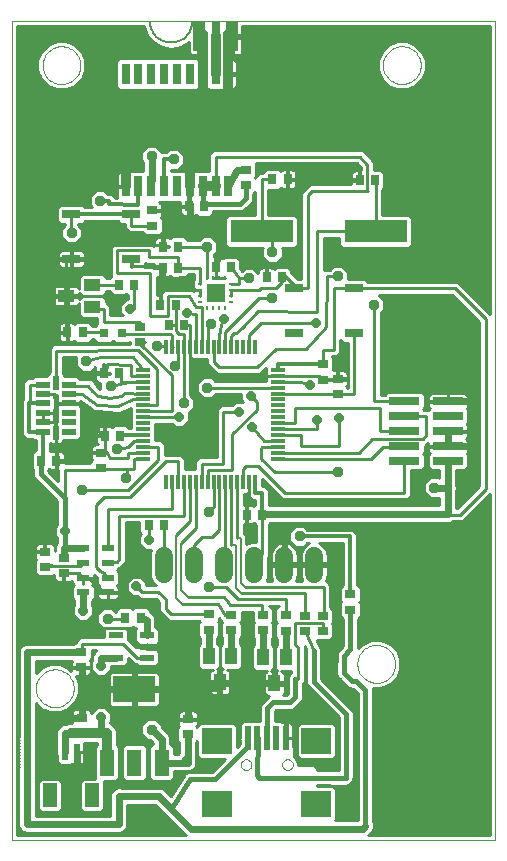
<source format=gtl>
G75*
G70*
%OFA0B0*%
%FSLAX24Y24*%
%IPPOS*%
%LPD*%
%AMOC8*
5,1,8,0,0,1.08239X$1,22.5*
%
%ADD10C,0.0000*%
%ADD11R,0.0451X0.0217*%
%ADD12R,0.0217X0.0451*%
%ADD13R,0.0413X0.0217*%
%ADD14R,0.0354X0.0276*%
%ADD15R,0.0315X0.0709*%
%ADD16R,0.0276X0.0709*%
%ADD17R,0.0118X0.0472*%
%ADD18R,0.0472X0.0118*%
%ADD19R,0.0480X0.0880*%
%ADD20R,0.1417X0.0866*%
%ADD21R,0.0472X0.0217*%
%ADD22R,0.0984X0.0866*%
%ADD23R,0.0197X0.0787*%
%ADD24R,0.0098X0.0157*%
%ADD25R,0.0630X0.0630*%
%ADD26R,0.0157X0.0098*%
%ADD27C,0.0600*%
%ADD28R,0.0276X0.0354*%
%ADD29R,0.2100X0.0760*%
%ADD30R,0.0600X0.0300*%
%ADD31R,0.0551X0.0394*%
%ADD32R,0.0394X0.0551*%
%ADD33R,0.1024X0.0256*%
%ADD34R,0.0315X0.0315*%
%ADD35R,0.0472X0.0787*%
%ADD36R,0.0197X0.0531*%
%ADD37C,0.0050*%
%ADD38R,0.0315X0.0984*%
%ADD39R,0.0394X0.0984*%
%ADD40C,0.0240*%
%ADD41C,0.0100*%
%ADD42C,0.0120*%
%ADD43OC8,0.0317*%
%ADD44C,0.0320*%
%ADD45C,0.0160*%
%ADD46OC8,0.0356*%
%ADD47C,0.0356*%
%ADD48C,0.0059*%
D10*
X005729Y003024D02*
X005729Y030339D01*
X021839Y030339D01*
X021819Y003024D01*
X005729Y003024D01*
X006524Y008099D02*
X006526Y008149D01*
X006532Y008199D01*
X006542Y008248D01*
X006556Y008296D01*
X006573Y008343D01*
X006594Y008388D01*
X006619Y008432D01*
X006647Y008473D01*
X006679Y008512D01*
X006713Y008549D01*
X006750Y008583D01*
X006790Y008613D01*
X006832Y008640D01*
X006876Y008664D01*
X006922Y008685D01*
X006969Y008701D01*
X007017Y008714D01*
X007067Y008723D01*
X007116Y008728D01*
X007167Y008729D01*
X007217Y008726D01*
X007266Y008719D01*
X007315Y008708D01*
X007363Y008693D01*
X007409Y008675D01*
X007454Y008653D01*
X007497Y008627D01*
X007538Y008598D01*
X007577Y008566D01*
X007613Y008531D01*
X007645Y008493D01*
X007675Y008453D01*
X007702Y008410D01*
X007725Y008366D01*
X007744Y008320D01*
X007760Y008272D01*
X007772Y008223D01*
X007780Y008174D01*
X007784Y008124D01*
X007784Y008074D01*
X007780Y008024D01*
X007772Y007975D01*
X007760Y007926D01*
X007744Y007878D01*
X007725Y007832D01*
X007702Y007788D01*
X007675Y007745D01*
X007645Y007705D01*
X007613Y007667D01*
X007577Y007632D01*
X007538Y007600D01*
X007497Y007571D01*
X007454Y007545D01*
X007409Y007523D01*
X007363Y007505D01*
X007315Y007490D01*
X007266Y007479D01*
X007217Y007472D01*
X007167Y007469D01*
X007116Y007470D01*
X007067Y007475D01*
X007017Y007484D01*
X006969Y007497D01*
X006922Y007513D01*
X006876Y007534D01*
X006832Y007558D01*
X006790Y007585D01*
X006750Y007615D01*
X006713Y007649D01*
X006679Y007686D01*
X006647Y007725D01*
X006619Y007766D01*
X006594Y007810D01*
X006573Y007855D01*
X006556Y007902D01*
X006542Y007950D01*
X006532Y007999D01*
X006526Y008049D01*
X006524Y008099D01*
X013355Y005552D02*
X013357Y005578D01*
X013363Y005604D01*
X013373Y005629D01*
X013386Y005652D01*
X013402Y005672D01*
X013422Y005690D01*
X013444Y005705D01*
X013467Y005717D01*
X013493Y005725D01*
X013519Y005729D01*
X013545Y005729D01*
X013571Y005725D01*
X013597Y005717D01*
X013621Y005705D01*
X013642Y005690D01*
X013662Y005672D01*
X013678Y005652D01*
X013691Y005629D01*
X013701Y005604D01*
X013707Y005578D01*
X013709Y005552D01*
X013707Y005526D01*
X013701Y005500D01*
X013691Y005475D01*
X013678Y005452D01*
X013662Y005432D01*
X013642Y005414D01*
X013620Y005399D01*
X013597Y005387D01*
X013571Y005379D01*
X013545Y005375D01*
X013519Y005375D01*
X013493Y005379D01*
X013467Y005387D01*
X013443Y005399D01*
X013422Y005414D01*
X013402Y005432D01*
X013386Y005452D01*
X013373Y005475D01*
X013363Y005500D01*
X013357Y005526D01*
X013355Y005552D01*
X014733Y005552D02*
X014735Y005578D01*
X014741Y005604D01*
X014751Y005629D01*
X014764Y005652D01*
X014780Y005672D01*
X014800Y005690D01*
X014822Y005705D01*
X014845Y005717D01*
X014871Y005725D01*
X014897Y005729D01*
X014923Y005729D01*
X014949Y005725D01*
X014975Y005717D01*
X014999Y005705D01*
X015020Y005690D01*
X015040Y005672D01*
X015056Y005652D01*
X015069Y005629D01*
X015079Y005604D01*
X015085Y005578D01*
X015087Y005552D01*
X015085Y005526D01*
X015079Y005500D01*
X015069Y005475D01*
X015056Y005452D01*
X015040Y005432D01*
X015020Y005414D01*
X014998Y005399D01*
X014975Y005387D01*
X014949Y005379D01*
X014923Y005375D01*
X014897Y005375D01*
X014871Y005379D01*
X014845Y005387D01*
X014821Y005399D01*
X014800Y005414D01*
X014780Y005432D01*
X014764Y005452D01*
X014751Y005475D01*
X014741Y005500D01*
X014735Y005526D01*
X014733Y005552D01*
X017237Y008910D02*
X017239Y008960D01*
X017245Y009010D01*
X017255Y009059D01*
X017269Y009107D01*
X017286Y009154D01*
X017307Y009199D01*
X017332Y009243D01*
X017360Y009284D01*
X017392Y009323D01*
X017426Y009360D01*
X017463Y009394D01*
X017503Y009424D01*
X017545Y009451D01*
X017589Y009475D01*
X017635Y009496D01*
X017682Y009512D01*
X017730Y009525D01*
X017780Y009534D01*
X017829Y009539D01*
X017880Y009540D01*
X017930Y009537D01*
X017979Y009530D01*
X018028Y009519D01*
X018076Y009504D01*
X018122Y009486D01*
X018167Y009464D01*
X018210Y009438D01*
X018251Y009409D01*
X018290Y009377D01*
X018326Y009342D01*
X018358Y009304D01*
X018388Y009264D01*
X018415Y009221D01*
X018438Y009177D01*
X018457Y009131D01*
X018473Y009083D01*
X018485Y009034D01*
X018493Y008985D01*
X018497Y008935D01*
X018497Y008885D01*
X018493Y008835D01*
X018485Y008786D01*
X018473Y008737D01*
X018457Y008689D01*
X018438Y008643D01*
X018415Y008599D01*
X018388Y008556D01*
X018358Y008516D01*
X018326Y008478D01*
X018290Y008443D01*
X018251Y008411D01*
X018210Y008382D01*
X018167Y008356D01*
X018122Y008334D01*
X018076Y008316D01*
X018028Y008301D01*
X017979Y008290D01*
X017930Y008283D01*
X017880Y008280D01*
X017829Y008281D01*
X017780Y008286D01*
X017730Y008295D01*
X017682Y008308D01*
X017635Y008324D01*
X017589Y008345D01*
X017545Y008369D01*
X017503Y008396D01*
X017463Y008426D01*
X017426Y008460D01*
X017392Y008497D01*
X017360Y008536D01*
X017332Y008577D01*
X017307Y008621D01*
X017286Y008666D01*
X017269Y008713D01*
X017255Y008761D01*
X017245Y008810D01*
X017239Y008860D01*
X017237Y008910D01*
X018091Y028867D02*
X018093Y028917D01*
X018099Y028967D01*
X018109Y029016D01*
X018123Y029064D01*
X018140Y029111D01*
X018161Y029156D01*
X018186Y029200D01*
X018214Y029241D01*
X018246Y029280D01*
X018280Y029317D01*
X018317Y029351D01*
X018357Y029381D01*
X018399Y029408D01*
X018443Y029432D01*
X018489Y029453D01*
X018536Y029469D01*
X018584Y029482D01*
X018634Y029491D01*
X018683Y029496D01*
X018734Y029497D01*
X018784Y029494D01*
X018833Y029487D01*
X018882Y029476D01*
X018930Y029461D01*
X018976Y029443D01*
X019021Y029421D01*
X019064Y029395D01*
X019105Y029366D01*
X019144Y029334D01*
X019180Y029299D01*
X019212Y029261D01*
X019242Y029221D01*
X019269Y029178D01*
X019292Y029134D01*
X019311Y029088D01*
X019327Y029040D01*
X019339Y028991D01*
X019347Y028942D01*
X019351Y028892D01*
X019351Y028842D01*
X019347Y028792D01*
X019339Y028743D01*
X019327Y028694D01*
X019311Y028646D01*
X019292Y028600D01*
X019269Y028556D01*
X019242Y028513D01*
X019212Y028473D01*
X019180Y028435D01*
X019144Y028400D01*
X019105Y028368D01*
X019064Y028339D01*
X019021Y028313D01*
X018976Y028291D01*
X018930Y028273D01*
X018882Y028258D01*
X018833Y028247D01*
X018784Y028240D01*
X018734Y028237D01*
X018683Y028238D01*
X018634Y028243D01*
X018584Y028252D01*
X018536Y028265D01*
X018489Y028281D01*
X018443Y028302D01*
X018399Y028326D01*
X018357Y028353D01*
X018317Y028383D01*
X018280Y028417D01*
X018246Y028454D01*
X018214Y028493D01*
X018186Y028534D01*
X018161Y028578D01*
X018140Y028623D01*
X018123Y028670D01*
X018109Y028718D01*
X018099Y028767D01*
X018093Y028817D01*
X018091Y028867D01*
X006744Y028867D02*
X006746Y028917D01*
X006752Y028967D01*
X006762Y029016D01*
X006776Y029064D01*
X006793Y029111D01*
X006814Y029156D01*
X006839Y029200D01*
X006867Y029241D01*
X006899Y029280D01*
X006933Y029317D01*
X006970Y029351D01*
X007010Y029381D01*
X007052Y029408D01*
X007096Y029432D01*
X007142Y029453D01*
X007189Y029469D01*
X007237Y029482D01*
X007287Y029491D01*
X007336Y029496D01*
X007387Y029497D01*
X007437Y029494D01*
X007486Y029487D01*
X007535Y029476D01*
X007583Y029461D01*
X007629Y029443D01*
X007674Y029421D01*
X007717Y029395D01*
X007758Y029366D01*
X007797Y029334D01*
X007833Y029299D01*
X007865Y029261D01*
X007895Y029221D01*
X007922Y029178D01*
X007945Y029134D01*
X007964Y029088D01*
X007980Y029040D01*
X007992Y028991D01*
X008000Y028942D01*
X008004Y028892D01*
X008004Y028842D01*
X008000Y028792D01*
X007992Y028743D01*
X007980Y028694D01*
X007964Y028646D01*
X007945Y028600D01*
X007922Y028556D01*
X007895Y028513D01*
X007865Y028473D01*
X007833Y028435D01*
X007797Y028400D01*
X007758Y028368D01*
X007717Y028339D01*
X007674Y028313D01*
X007629Y028291D01*
X007583Y028273D01*
X007535Y028258D01*
X007486Y028247D01*
X007437Y028240D01*
X007387Y028237D01*
X007336Y028238D01*
X007287Y028243D01*
X007237Y028252D01*
X007189Y028265D01*
X007142Y028281D01*
X007096Y028302D01*
X007052Y028326D01*
X007010Y028353D01*
X006970Y028383D01*
X006933Y028417D01*
X006899Y028454D01*
X006867Y028493D01*
X006839Y028534D01*
X006814Y028578D01*
X006793Y028623D01*
X006776Y028670D01*
X006762Y028718D01*
X006752Y028767D01*
X006746Y028817D01*
X006744Y028867D01*
D11*
X006748Y018221D03*
X006748Y017906D03*
X006748Y017591D03*
X006748Y017276D03*
X006748Y016961D03*
X006748Y016646D03*
X007615Y016646D03*
X007615Y016961D03*
X007615Y017276D03*
X007615Y017591D03*
X007615Y017906D03*
X007613Y018221D03*
D12*
X007181Y018260D03*
X007181Y016607D03*
D13*
X008099Y012768D03*
X008099Y012276D03*
X008099Y011784D03*
X008099Y011292D03*
X008926Y011292D03*
X008926Y011784D03*
X008926Y012276D03*
X008926Y012768D03*
D14*
X007453Y012437D03*
X007453Y011926D03*
X006823Y012138D03*
X006823Y012650D03*
X008681Y015433D03*
X008681Y015945D03*
X009993Y019634D03*
X009993Y020146D03*
X010403Y023517D03*
X010403Y024029D03*
X013511Y024877D03*
X013511Y025389D03*
X016095Y018902D03*
X016095Y018390D03*
X016587Y018406D03*
X016587Y017894D03*
X017008Y011229D03*
X017008Y010717D03*
X016087Y010512D03*
X016087Y010000D03*
X015504Y010000D03*
X015504Y010512D03*
X014843Y010532D03*
X014843Y010020D03*
X014095Y010028D03*
X014095Y010540D03*
X013032Y010548D03*
X013032Y010036D03*
X012284Y010052D03*
X012284Y010563D03*
X011583Y007071D03*
X011583Y006559D03*
X008044Y006611D03*
X008044Y007122D03*
X008036Y008792D03*
X008036Y009304D03*
D15*
X009928Y024833D03*
X010361Y024833D03*
X010794Y024833D03*
X011227Y024833D03*
X011660Y024833D03*
X012093Y024833D03*
X012526Y024833D03*
X012526Y028573D03*
X012093Y028573D03*
X011660Y028573D03*
X011227Y028573D03*
X010794Y028573D03*
X010361Y028573D03*
X009928Y028573D03*
D16*
X009515Y028573D03*
X009515Y024833D03*
X012940Y024833D03*
X012940Y028573D03*
D17*
X013036Y019477D03*
X013233Y019477D03*
X013430Y019477D03*
X013626Y019477D03*
X013823Y019477D03*
X012839Y019477D03*
X012642Y019477D03*
X012445Y019477D03*
X012248Y019477D03*
X012052Y019477D03*
X011855Y019477D03*
X011658Y019477D03*
X011461Y019477D03*
X011264Y019477D03*
X011067Y019477D03*
X010870Y019477D03*
X010870Y014989D03*
X011067Y014989D03*
X011264Y014989D03*
X011461Y014989D03*
X011658Y014989D03*
X011855Y014989D03*
X012052Y014989D03*
X012248Y014989D03*
X012445Y014989D03*
X012642Y014989D03*
X012839Y014989D03*
X013036Y014989D03*
X013233Y014989D03*
X013430Y014989D03*
X013626Y014989D03*
X013823Y014989D03*
D18*
X014591Y015756D03*
X014591Y015953D03*
X014591Y016150D03*
X014591Y016347D03*
X014591Y016544D03*
X014591Y016741D03*
X014591Y016937D03*
X014591Y017134D03*
X014591Y017331D03*
X014591Y017528D03*
X014591Y017725D03*
X014591Y017922D03*
X014591Y018119D03*
X014591Y018315D03*
X014591Y018512D03*
X014591Y018709D03*
X010103Y018709D03*
X010103Y018512D03*
X010103Y018315D03*
X010103Y018119D03*
X010103Y017922D03*
X010103Y017725D03*
X010103Y017528D03*
X010103Y017331D03*
X010103Y017134D03*
X010103Y016937D03*
X010103Y016741D03*
X010103Y016544D03*
X010103Y016347D03*
X010103Y016150D03*
X010103Y015953D03*
X010103Y015756D03*
D19*
X009804Y005619D03*
X010714Y005619D03*
X008894Y005619D03*
D20*
X009804Y008059D03*
D21*
X010217Y009115D03*
X010217Y009489D03*
X010217Y009863D03*
X009193Y009863D03*
X009193Y009115D03*
D22*
X012567Y006339D03*
X012567Y004252D03*
X015874Y004252D03*
X015874Y006339D03*
D23*
X014851Y006437D03*
X014536Y006437D03*
X014221Y006437D03*
X013906Y006437D03*
X013591Y006437D03*
D24*
X012815Y020760D03*
X012619Y020760D03*
X012422Y020760D03*
X012225Y020760D03*
X012225Y021784D03*
X012422Y021784D03*
X012619Y021784D03*
X012815Y021784D03*
D25*
X012520Y021272D03*
D26*
X012008Y021174D03*
X012008Y021370D03*
X012008Y021567D03*
X012008Y020977D03*
X013032Y020977D03*
X013032Y021174D03*
X013032Y021370D03*
X013032Y021567D03*
D27*
X012796Y012509D02*
X012796Y011909D01*
X011796Y011909D02*
X011796Y012509D01*
X010796Y012509D02*
X010796Y011909D01*
X013796Y011909D02*
X013796Y012509D01*
X014796Y012509D02*
X014796Y011909D01*
X015796Y011909D02*
X015796Y012509D01*
D28*
X014059Y013890D03*
X013548Y013890D03*
X010792Y013548D03*
X010280Y013548D03*
X010012Y010453D03*
X009500Y010453D03*
X007197Y015689D03*
X006685Y015689D03*
X008819Y016520D03*
X009331Y016520D03*
X009296Y018599D03*
X008784Y018599D03*
X008079Y019965D03*
X007567Y019965D03*
X009284Y021540D03*
X009796Y021540D03*
X010666Y020890D03*
X011178Y020890D03*
X010957Y020193D03*
X011469Y020193D03*
X011272Y022122D03*
X010760Y022122D03*
X010752Y022811D03*
X011264Y022811D03*
X011621Y024163D03*
X012133Y024163D03*
X012516Y022142D03*
X013028Y022142D03*
X014213Y021804D03*
X014725Y021804D03*
X014914Y025063D03*
X014402Y025063D03*
X017315Y025032D03*
X017827Y025032D03*
D29*
X017853Y023339D03*
X014053Y023339D03*
D30*
X015134Y021424D03*
X015134Y019924D03*
X017134Y019924D03*
X017134Y021424D03*
X009707Y022402D03*
X009707Y023902D03*
X007707Y023902D03*
X007707Y022402D03*
D31*
X008406Y021548D03*
X008406Y020800D03*
X007540Y021174D03*
D32*
X012280Y009166D03*
X013028Y009166D03*
X012654Y008300D03*
X014095Y009126D03*
X014469Y008260D03*
X014843Y009126D03*
D33*
X018804Y015662D03*
X018804Y016162D03*
X018804Y016662D03*
X018804Y017162D03*
X018804Y017662D03*
X020260Y017662D03*
X020260Y017162D03*
X020260Y016662D03*
X020260Y016162D03*
X020260Y015662D03*
D34*
X009390Y019933D03*
X008800Y019933D03*
D35*
X008402Y004526D03*
X006985Y004526D03*
D36*
X007496Y005973D03*
X007890Y005973D03*
D37*
X010321Y030333D02*
X010323Y030281D01*
X010329Y030230D01*
X010338Y030179D01*
X010351Y030129D01*
X010368Y030080D01*
X010388Y030032D01*
X010412Y029986D01*
X010439Y029942D01*
X010469Y029900D01*
X010502Y029860D01*
X010538Y029823D01*
X010576Y029788D01*
X010617Y029756D01*
X010661Y029728D01*
X010706Y029702D01*
X010753Y029680D01*
X010801Y029662D01*
X010851Y029647D01*
X010901Y029636D01*
X010952Y029628D01*
X011004Y029624D01*
X011056Y029624D01*
X011108Y029628D01*
X011159Y029636D01*
X011209Y029647D01*
X011259Y029662D01*
X011307Y029680D01*
X011354Y029702D01*
X011399Y029728D01*
X011443Y029756D01*
X011484Y029788D01*
X011522Y029823D01*
X011558Y029860D01*
X011591Y029900D01*
X011621Y029942D01*
X011648Y029986D01*
X011672Y030032D01*
X011692Y030080D01*
X011709Y030129D01*
X011722Y030179D01*
X011731Y030230D01*
X011737Y030281D01*
X011739Y030333D01*
D38*
X012526Y029833D03*
D39*
X011975Y029833D03*
X013058Y029833D03*
D40*
X010390Y025835D02*
X010390Y025137D01*
X010361Y024833D01*
X011654Y024236D02*
X011654Y023394D01*
X011621Y024163D02*
X011654Y024236D01*
X012133Y024163D02*
X012174Y024244D01*
X012093Y024833D02*
X012526Y024833D01*
X012940Y024833D02*
X013220Y025389D01*
X013511Y025389D01*
X020260Y017666D02*
X020260Y017662D01*
X020260Y017666D02*
X021119Y017666D01*
X021119Y018276D01*
X021063Y018276D01*
X021119Y017666D02*
X021119Y016170D01*
X020260Y016170D01*
X020260Y016162D01*
X020260Y016170D02*
X020260Y016662D01*
X020260Y015662D02*
X020252Y015662D01*
X020252Y013906D01*
X014087Y013906D01*
X014087Y013910D01*
X014095Y010028D02*
X014095Y009126D01*
X014469Y008260D02*
X012654Y008260D01*
X012654Y008300D01*
X012654Y008103D01*
X011627Y008103D01*
X011583Y008059D01*
X011335Y008059D01*
X011335Y009477D01*
X010784Y009477D01*
X010237Y009477D01*
X010217Y009863D02*
X010217Y010367D01*
X010012Y010453D01*
X009193Y009115D02*
X008697Y009115D01*
X008697Y008827D01*
X008044Y008792D02*
X008044Y008059D01*
X009804Y008059D01*
X011335Y008059D01*
X011583Y008059D02*
X011583Y007567D01*
X011579Y007406D01*
X011575Y007611D01*
X011583Y007567D02*
X011583Y007071D01*
X011583Y006559D02*
X011583Y005619D01*
X011497Y005741D01*
X011583Y005619D02*
X010714Y005619D01*
X010714Y006397D01*
X010390Y006721D01*
X008697Y006611D02*
X008697Y007154D01*
X008044Y007122D02*
X007083Y007122D01*
X007083Y005402D01*
X007890Y005402D01*
X007890Y005973D01*
X007831Y006611D02*
X007496Y006611D01*
X007496Y005973D01*
X008044Y007122D02*
X008044Y008059D01*
X008044Y008792D02*
X008036Y008792D01*
X008036Y009300D02*
X008036Y009304D01*
X008067Y009304D01*
X008036Y009300D02*
X006241Y009300D01*
X006229Y003567D01*
X009276Y003567D01*
X009288Y004508D01*
X009300Y004496D01*
X010622Y004496D01*
X011038Y004081D01*
X011701Y003418D01*
X017410Y003418D01*
X017508Y003516D01*
X015926Y007276D02*
X015020Y007276D01*
X014863Y007119D01*
X014843Y009126D02*
X014843Y010020D01*
X013032Y010036D02*
X013028Y010036D01*
X013028Y009166D01*
X012280Y009166D02*
X012280Y010052D01*
X012284Y010052D01*
X008087Y010678D02*
X008087Y011292D01*
X008099Y011292D01*
X007453Y012437D02*
X007453Y012768D01*
X008099Y012768D01*
X019800Y014776D02*
X019800Y014780D01*
X019800Y014776D02*
X020260Y014776D01*
D41*
X020260Y013886D01*
X020666Y013886D01*
X021516Y014737D01*
X021516Y020406D01*
X020493Y021430D01*
X017140Y021430D01*
X017134Y021424D01*
X017213Y021386D01*
X017134Y021424D02*
X016453Y021428D01*
X016453Y019382D01*
X016107Y019378D01*
X016095Y018902D01*
X015882Y018894D01*
X015973Y018512D02*
X016095Y018390D01*
X016587Y018390D01*
X016587Y018406D01*
X016568Y018390D02*
X016114Y018390D01*
X016114Y018371D02*
X016114Y018409D01*
X016422Y018409D01*
X016422Y018425D01*
X016568Y018425D01*
X016568Y018694D01*
X016442Y018694D01*
X016442Y019110D01*
X016391Y019162D01*
X016454Y019162D01*
X016544Y019162D01*
X016545Y019163D01*
X016547Y019163D01*
X016610Y019228D01*
X016673Y019291D01*
X016673Y019293D01*
X016674Y019294D01*
X016673Y019384D01*
X016673Y019694D01*
X016764Y019604D01*
X016914Y019604D01*
X016914Y018122D01*
X016872Y018164D01*
X016884Y018176D01*
X016904Y018210D01*
X016914Y018248D01*
X016914Y018387D01*
X016606Y018387D01*
X016606Y018425D01*
X016568Y018425D01*
X016568Y018387D01*
X016260Y018387D01*
X016260Y018371D01*
X016114Y018371D01*
X015973Y018512D02*
X014591Y018512D01*
X011898Y018512D01*
X011658Y018512D01*
X011658Y019477D01*
X011658Y020193D01*
X011469Y020193D01*
X011178Y020193D02*
X011178Y020012D01*
X011289Y019900D01*
X011443Y019900D01*
X011453Y019890D01*
X011453Y019477D01*
X011453Y017607D01*
X011449Y017603D01*
X011797Y017602D02*
X013130Y017602D01*
X013168Y017640D02*
X013059Y017531D01*
X012681Y017531D01*
X012552Y017403D01*
X012552Y015799D01*
X011960Y015799D01*
X011832Y015670D01*
X011832Y015395D01*
X011484Y015395D01*
X011484Y015749D01*
X011355Y015878D01*
X010827Y015878D01*
X010827Y016241D01*
X010698Y016370D01*
X010509Y016370D01*
X010509Y016914D01*
X011051Y016914D01*
X011160Y016806D01*
X011432Y016806D01*
X011624Y016998D01*
X011624Y017270D01*
X011617Y017278D01*
X011797Y017459D01*
X011797Y017747D01*
X011673Y017871D01*
X011673Y019091D01*
X011705Y019091D01*
X011725Y019071D01*
X012225Y019071D01*
X012225Y018897D01*
X012418Y018705D01*
X012547Y018576D01*
X013989Y018576D01*
X014185Y018771D01*
X014185Y018580D01*
X014205Y018560D01*
X014205Y018512D01*
X014205Y018465D01*
X014185Y018445D01*
X014185Y018339D01*
X012497Y018339D01*
X012377Y018459D01*
X012088Y018459D01*
X011885Y018255D01*
X011885Y017966D01*
X012088Y017763D01*
X012377Y017763D01*
X012513Y017899D01*
X013369Y017899D01*
X013369Y017707D01*
X013436Y017640D01*
X013168Y017640D01*
X013375Y017701D02*
X011797Y017701D01*
X011745Y017799D02*
X012052Y017799D01*
X011953Y017898D02*
X011673Y017898D01*
X011673Y017996D02*
X011885Y017996D01*
X011885Y018095D02*
X011673Y018095D01*
X011673Y018193D02*
X011885Y018193D01*
X011921Y018292D02*
X011673Y018292D01*
X011673Y018390D02*
X012020Y018390D01*
X012241Y018119D02*
X014591Y018119D01*
X014591Y018315D02*
X015370Y018315D01*
X015670Y018213D01*
X015741Y018512D02*
X014591Y018512D01*
X014252Y018512D02*
X014252Y018512D01*
X014205Y018512D01*
X014252Y018512D01*
X014252Y018512D01*
X014205Y018489D02*
X011673Y018489D01*
X011673Y018587D02*
X012536Y018587D01*
X012437Y018686D02*
X011673Y018686D01*
X011673Y018784D02*
X012339Y018784D01*
X012240Y018883D02*
X011673Y018883D01*
X011673Y018981D02*
X012225Y018981D01*
X012445Y018989D02*
X012445Y019477D01*
X012457Y019477D01*
X012634Y019477D02*
X012642Y019477D01*
X012642Y019852D01*
X012646Y020049D01*
X012764Y020461D01*
X012776Y020410D01*
X012839Y019989D02*
X012839Y019477D01*
X013036Y019477D02*
X013036Y019836D01*
X013129Y019930D01*
X013206Y019930D01*
X013386Y020110D01*
X013934Y020658D01*
X015902Y020650D01*
X015902Y023331D01*
X017853Y023339D01*
X017853Y025032D01*
X017827Y025032D01*
X018135Y024990D02*
X021665Y024990D01*
X021665Y025088D02*
X018135Y025088D01*
X018135Y025187D02*
X021665Y025187D01*
X021665Y025285D02*
X018129Y025285D01*
X018135Y025279D02*
X018035Y025379D01*
X017795Y025379D01*
X017795Y025534D01*
X017800Y025619D01*
X017795Y025624D01*
X017795Y025631D01*
X017735Y025691D01*
X017543Y025904D01*
X017543Y025910D01*
X017483Y025971D01*
X017426Y026034D01*
X017419Y026035D01*
X017414Y026039D01*
X017329Y026039D01*
X017244Y026044D01*
X017239Y026039D01*
X012429Y026039D01*
X012300Y025910D01*
X012300Y025728D01*
X012306Y025722D01*
X012306Y025357D01*
X011865Y025357D01*
X011844Y025335D01*
X011837Y025337D01*
X011689Y025337D01*
X011689Y024861D01*
X011631Y024861D01*
X011631Y025337D01*
X011483Y025337D01*
X011477Y025335D01*
X011455Y025357D01*
X011024Y025357D01*
X011024Y025389D01*
X011263Y025389D01*
X011467Y025592D01*
X011467Y025881D01*
X011263Y026085D01*
X010974Y026085D01*
X010866Y025976D01*
X010797Y025976D01*
X010738Y025978D01*
X010738Y025979D01*
X010534Y026183D01*
X010246Y026183D01*
X010042Y025979D01*
X010042Y025691D01*
X010100Y025633D01*
X010100Y025357D01*
X009700Y025357D01*
X009678Y025335D01*
X009672Y025337D01*
X009533Y025337D01*
X009533Y024852D01*
X009496Y024852D01*
X009496Y025337D01*
X009357Y025337D01*
X009319Y025327D01*
X009285Y025307D01*
X009257Y025279D01*
X009237Y025245D01*
X009227Y025207D01*
X009227Y024852D01*
X009496Y024852D01*
X009496Y024814D01*
X009227Y024814D01*
X009227Y024459D01*
X009228Y024454D01*
X009191Y024454D01*
X009064Y024581D01*
X008924Y024581D01*
X008806Y024699D01*
X008518Y024699D01*
X008314Y024495D01*
X008314Y024207D01*
X008388Y024132D01*
X008167Y024132D01*
X008077Y024222D01*
X007336Y024222D01*
X007237Y024123D01*
X007237Y023682D01*
X007336Y023582D01*
X007487Y023582D01*
X007487Y023542D01*
X007365Y023420D01*
X007365Y023132D01*
X007569Y022928D01*
X007857Y022928D01*
X008061Y023132D01*
X008061Y023420D01*
X007927Y023555D01*
X007927Y023582D01*
X008077Y023582D01*
X008167Y023672D01*
X009246Y023672D01*
X009336Y023582D01*
X009487Y023582D01*
X009487Y023426D01*
X009616Y023297D01*
X010067Y023297D01*
X010155Y023209D01*
X010650Y023209D01*
X010750Y023309D01*
X010750Y023725D01*
X010688Y023787D01*
X010700Y023799D01*
X010720Y023833D01*
X010730Y023871D01*
X010730Y024010D01*
X010422Y024010D01*
X010422Y024048D01*
X010730Y024048D01*
X010730Y024186D01*
X010720Y024224D01*
X010700Y024259D01*
X010672Y024287D01*
X010638Y024306D01*
X010630Y024308D01*
X011333Y024308D01*
X011333Y024182D01*
X011602Y024182D01*
X011602Y024144D01*
X011640Y024144D01*
X011640Y023836D01*
X011778Y023836D01*
X011817Y023846D01*
X011851Y023866D01*
X011863Y023878D01*
X011924Y023816D01*
X012341Y023816D01*
X012440Y023916D01*
X012440Y023994D01*
X013377Y023994D01*
X013469Y024033D01*
X013539Y024103D01*
X013723Y024286D01*
X013761Y024378D01*
X013761Y024571D01*
X013833Y024644D01*
X013833Y023889D01*
X012933Y023889D01*
X012833Y023789D01*
X012833Y022889D01*
X012933Y022789D01*
X014076Y022789D01*
X014058Y022771D01*
X014058Y022482D01*
X014262Y022278D01*
X014550Y022278D01*
X014754Y022482D01*
X014754Y022771D01*
X014736Y022789D01*
X015174Y022789D01*
X015273Y022889D01*
X015273Y023789D01*
X015174Y023889D01*
X014273Y023889D01*
X014273Y024716D01*
X014610Y024716D01*
X014672Y024778D01*
X014684Y024766D01*
X014718Y024746D01*
X014756Y024736D01*
X014895Y024736D01*
X014895Y025044D01*
X014933Y025044D01*
X014933Y024736D01*
X015071Y024736D01*
X015109Y024746D01*
X015144Y024766D01*
X015172Y024794D01*
X015191Y024828D01*
X015202Y024866D01*
X015202Y025044D01*
X014933Y025044D01*
X014933Y025082D01*
X015202Y025082D01*
X015202Y025260D01*
X015191Y025298D01*
X015172Y025333D01*
X015144Y025361D01*
X015109Y025380D01*
X015071Y025391D01*
X014933Y025391D01*
X014933Y025082D01*
X014895Y025082D01*
X014895Y025391D01*
X014756Y025391D01*
X014718Y025380D01*
X014684Y025361D01*
X014672Y025349D01*
X014610Y025411D01*
X014194Y025411D01*
X014094Y025311D01*
X014094Y025283D01*
X013962Y025283D01*
X013833Y025155D01*
X013833Y025110D01*
X013810Y025133D01*
X013858Y025180D01*
X013858Y025597D01*
X013855Y025599D01*
X017225Y025599D01*
X017355Y025455D01*
X017355Y025359D01*
X017334Y025359D01*
X017334Y025051D01*
X017296Y025051D01*
X017296Y025013D01*
X017028Y025013D01*
X017028Y024898D01*
X015645Y024898D01*
X015517Y024769D01*
X015363Y024615D01*
X015363Y021744D01*
X015244Y021744D01*
X015230Y021758D01*
X015033Y021955D01*
X015033Y022051D01*
X014933Y022151D01*
X014517Y022151D01*
X014455Y022089D01*
X014443Y022101D01*
X014409Y022120D01*
X014371Y022131D01*
X014232Y022131D01*
X014232Y021822D01*
X014194Y021822D01*
X014194Y022131D01*
X014055Y022131D01*
X014017Y022120D01*
X013983Y022101D01*
X013955Y022073D01*
X013935Y022039D01*
X013925Y022000D01*
X013925Y021954D01*
X013771Y022108D01*
X013482Y022108D01*
X013391Y022017D01*
X013336Y022093D01*
X013336Y022390D01*
X013236Y022489D01*
X012820Y022489D01*
X012758Y022427D01*
X012746Y022439D01*
X012712Y022459D01*
X012674Y022469D01*
X012535Y022469D01*
X012535Y022161D01*
X012497Y022161D01*
X012497Y022469D01*
X012445Y022469D01*
X012445Y022538D01*
X012573Y022666D01*
X012573Y022955D01*
X012369Y023159D01*
X012081Y023159D01*
X011953Y023031D01*
X011572Y023031D01*
X011572Y023059D01*
X011472Y023159D01*
X011056Y023159D01*
X010994Y023097D01*
X010982Y023109D01*
X010948Y023128D01*
X010910Y023139D01*
X010771Y023139D01*
X010771Y022830D01*
X010956Y022830D01*
X010956Y022793D01*
X010771Y022793D01*
X010771Y022830D01*
X010733Y022830D01*
X010733Y023139D01*
X010595Y023139D01*
X010557Y023128D01*
X010522Y023109D01*
X010495Y023081D01*
X010475Y023046D01*
X010465Y023008D01*
X010465Y022836D01*
X010377Y022924D01*
X009151Y022924D01*
X009022Y022795D01*
X009022Y021842D01*
X009027Y021838D01*
X008976Y021787D01*
X008976Y021768D01*
X008851Y021768D01*
X008851Y021815D01*
X008752Y021914D01*
X008060Y021914D01*
X007960Y021815D01*
X007960Y021409D01*
X007955Y021428D01*
X007935Y021463D01*
X007907Y021491D01*
X007873Y021510D01*
X007835Y021520D01*
X007588Y021520D01*
X007588Y021222D01*
X007491Y021222D01*
X007491Y021125D01*
X007114Y021125D01*
X007114Y020957D01*
X007124Y020919D01*
X007144Y020885D01*
X007172Y020857D01*
X007206Y020837D01*
X007244Y020827D01*
X007491Y020827D01*
X007491Y021125D01*
X007588Y021125D01*
X007588Y020827D01*
X007835Y020827D01*
X007873Y020837D01*
X007907Y020857D01*
X007935Y020885D01*
X007955Y020919D01*
X007960Y020938D01*
X007960Y020532D01*
X008060Y020433D01*
X008556Y020433D01*
X008556Y020245D01*
X008496Y020185D01*
X008387Y020185D01*
X008387Y020213D01*
X008287Y020312D01*
X007871Y020312D01*
X007809Y020250D01*
X007797Y020262D01*
X007763Y020282D01*
X007725Y020292D01*
X007586Y020292D01*
X007586Y019984D01*
X007548Y019984D01*
X007548Y019946D01*
X007280Y019946D01*
X007280Y019768D01*
X007290Y019730D01*
X007309Y019696D01*
X007337Y019668D01*
X007372Y019648D01*
X007410Y019638D01*
X007548Y019638D01*
X007548Y019946D01*
X007586Y019946D01*
X007586Y019638D01*
X007725Y019638D01*
X007763Y019648D01*
X007797Y019668D01*
X007809Y019680D01*
X007871Y019618D01*
X008287Y019618D01*
X008387Y019717D01*
X008387Y019745D01*
X008472Y019745D01*
X008472Y019706D01*
X008572Y019606D01*
X009028Y019606D01*
X009095Y019673D01*
X009162Y019606D01*
X009618Y019606D01*
X009645Y019633D01*
X009645Y019584D01*
X007200Y019563D01*
X007110Y019563D01*
X007109Y019562D01*
X007108Y019562D01*
X007045Y019498D01*
X006981Y019434D01*
X006981Y019433D01*
X006980Y019432D01*
X006981Y019342D01*
X006981Y018634D01*
X006903Y018556D01*
X006903Y018499D01*
X006453Y018499D01*
X006394Y018441D01*
X006224Y018441D01*
X006095Y018312D01*
X006095Y017716D01*
X006066Y017686D01*
X006066Y016551D01*
X006200Y016416D01*
X006404Y016416D01*
X006453Y016368D01*
X006518Y016368D01*
X006518Y016037D01*
X006477Y016037D01*
X006378Y015937D01*
X006378Y015442D01*
X006428Y015392D01*
X006428Y015187D01*
X006466Y015095D01*
X006536Y015025D01*
X007227Y014334D01*
X007227Y013550D01*
X007148Y013471D01*
X007148Y013199D01*
X007227Y013121D01*
X007227Y012952D01*
X007207Y012932D01*
X007163Y012826D01*
X007163Y012703D01*
X007150Y012690D01*
X007150Y012808D01*
X007140Y012846D01*
X007120Y012880D01*
X007092Y012908D01*
X007058Y012928D01*
X007020Y012938D01*
X006842Y012938D01*
X006842Y012669D01*
X006804Y012669D01*
X006804Y012631D01*
X006496Y012631D01*
X006496Y012492D01*
X006506Y012454D01*
X006526Y012420D01*
X006538Y012408D01*
X006476Y012346D01*
X006476Y011930D01*
X006576Y011830D01*
X007071Y011830D01*
X007126Y011886D01*
X007126Y011768D01*
X007136Y011730D01*
X007156Y011696D01*
X007184Y011668D01*
X007218Y011648D01*
X007256Y011638D01*
X007434Y011638D01*
X007434Y011907D01*
X007472Y011907D01*
X007472Y011638D01*
X007650Y011638D01*
X007688Y011648D01*
X007722Y011668D01*
X007742Y011687D01*
X007742Y011656D01*
X007752Y011618D01*
X007772Y011583D01*
X007800Y011556D01*
X007805Y011553D01*
X007722Y011470D01*
X007722Y011113D01*
X007797Y011038D01*
X007797Y010852D01*
X007759Y010814D01*
X007759Y010542D01*
X007951Y010349D01*
X008223Y010349D01*
X008415Y010542D01*
X008415Y010814D01*
X008377Y010852D01*
X008377Y011015D01*
X008476Y011113D01*
X008476Y011470D01*
X008393Y011553D01*
X008398Y011556D01*
X008426Y011583D01*
X008445Y011618D01*
X008456Y011656D01*
X008456Y011780D01*
X008103Y011780D01*
X008103Y011788D01*
X008456Y011788D01*
X008456Y011882D01*
X008466Y011872D01*
X008484Y011828D01*
X008527Y011810D01*
X008549Y011789D01*
X008549Y011605D01*
X008631Y011523D01*
X008627Y011520D01*
X008599Y011492D01*
X008579Y011458D01*
X008569Y011420D01*
X008569Y011296D01*
X008921Y011296D01*
X008921Y011288D01*
X008569Y011288D01*
X008569Y011164D01*
X008579Y011126D01*
X008599Y011091D01*
X008627Y011063D01*
X008661Y011044D01*
X008699Y011033D01*
X008921Y011033D01*
X008921Y011288D01*
X008930Y011288D01*
X008930Y011296D01*
X009282Y011296D01*
X009282Y011420D01*
X009272Y011458D01*
X009252Y011492D01*
X009224Y011520D01*
X009220Y011523D01*
X009302Y011605D01*
X009302Y011963D01*
X009235Y012030D01*
X009296Y012091D01*
X009307Y012091D01*
X009436Y012220D01*
X009436Y012220D01*
X009527Y012312D01*
X009527Y013627D01*
X009972Y013627D01*
X009972Y013300D01*
X010030Y013242D01*
X009963Y013176D01*
X009963Y012904D01*
X010156Y012711D01*
X010371Y012711D01*
X010326Y012603D01*
X010326Y011816D01*
X010397Y011643D01*
X010513Y011527D01*
X010203Y011527D01*
X010203Y011629D01*
X010010Y011821D01*
X009738Y011821D01*
X009546Y011629D01*
X009546Y011356D01*
X009738Y011164D01*
X009903Y011164D01*
X009919Y011149D01*
X009981Y011087D01*
X009985Y011087D01*
X009988Y011085D01*
X010075Y011087D01*
X010511Y011087D01*
X010623Y010975D01*
X010623Y010665D01*
X010752Y010536D01*
X010944Y010343D01*
X011948Y010343D01*
X011984Y010307D01*
X011937Y010260D01*
X011937Y009843D01*
X011990Y009790D01*
X011990Y009589D01*
X011913Y009512D01*
X011913Y008820D01*
X012013Y008720D01*
X012419Y008720D01*
X012399Y008715D01*
X012365Y008695D01*
X012337Y008667D01*
X012317Y008633D01*
X012307Y008595D01*
X012307Y008348D01*
X012606Y008348D01*
X012606Y008725D01*
X012552Y008725D01*
X012647Y008820D01*
X012647Y009512D01*
X012570Y009589D01*
X012570Y009782D01*
X012631Y009843D01*
X012631Y010260D01*
X012583Y010307D01*
X012631Y010355D01*
X012631Y010426D01*
X012648Y010408D01*
X012685Y010352D01*
X012685Y010339D01*
X012732Y010292D01*
X012685Y010244D01*
X012685Y009828D01*
X012738Y009774D01*
X012738Y009589D01*
X012661Y009512D01*
X012661Y008820D01*
X012756Y008725D01*
X012702Y008725D01*
X012702Y008348D01*
X012606Y008348D01*
X012606Y008251D01*
X012702Y008251D01*
X012702Y007874D01*
X012871Y007874D01*
X012909Y007884D01*
X012943Y007904D01*
X012971Y007932D01*
X012991Y007966D01*
X013001Y008004D01*
X013001Y008251D01*
X012702Y008251D01*
X012702Y008348D01*
X013001Y008348D01*
X013001Y008595D01*
X012991Y008633D01*
X012971Y008667D01*
X012943Y008695D01*
X012909Y008715D01*
X012889Y008720D01*
X013295Y008720D01*
X013395Y008820D01*
X013395Y009512D01*
X013318Y009589D01*
X013318Y009767D01*
X013379Y009828D01*
X013379Y010244D01*
X013331Y010292D01*
X013379Y010339D01*
X013379Y010654D01*
X013748Y010654D01*
X013748Y010332D01*
X013795Y010284D01*
X013748Y010236D01*
X013748Y009820D01*
X013805Y009763D01*
X013805Y009549D01*
X013728Y009472D01*
X013728Y008780D01*
X013828Y008681D01*
X014233Y008681D01*
X014214Y008676D01*
X014180Y008656D01*
X014152Y008628D01*
X014132Y008594D01*
X014122Y008556D01*
X014122Y008309D01*
X014420Y008309D01*
X014420Y008212D01*
X014122Y008212D01*
X014122Y007965D01*
X014132Y007927D01*
X014152Y007893D01*
X014180Y007865D01*
X014214Y007845D01*
X014252Y007835D01*
X014280Y007835D01*
X014218Y007772D01*
X014021Y007575D01*
X013983Y007483D01*
X013983Y007001D01*
X013422Y007001D01*
X013323Y006902D01*
X013323Y006482D01*
X013313Y006460D01*
X013313Y006438D01*
X013309Y006418D01*
X013313Y006389D01*
X013313Y006360D01*
X013321Y006341D01*
X013323Y006334D01*
X013323Y006247D01*
X013229Y006154D01*
X013229Y006842D01*
X013130Y006942D01*
X012005Y006942D01*
X011905Y006842D01*
X011905Y006793D01*
X011868Y006829D01*
X011880Y006841D01*
X011900Y006876D01*
X011910Y006914D01*
X011910Y007052D01*
X011602Y007052D01*
X011602Y007090D01*
X011910Y007090D01*
X011910Y007229D01*
X011900Y007267D01*
X011880Y007301D01*
X011852Y007329D01*
X011818Y007349D01*
X011780Y007359D01*
X011602Y007359D01*
X011602Y007090D01*
X011564Y007090D01*
X011564Y007052D01*
X011256Y007052D01*
X011256Y006914D01*
X011266Y006876D01*
X011286Y006841D01*
X011298Y006829D01*
X011236Y006768D01*
X011236Y006351D01*
X011293Y006294D01*
X011293Y005952D01*
X011282Y005944D01*
X011260Y005909D01*
X011124Y005909D01*
X011124Y006129D01*
X011024Y006229D01*
X011004Y006229D01*
X011004Y006455D01*
X010959Y006562D01*
X010738Y006783D01*
X010738Y006865D01*
X010534Y007069D01*
X010246Y007069D01*
X010042Y006865D01*
X010042Y006577D01*
X010246Y006373D01*
X010328Y006373D01*
X010424Y006277D01*
X010424Y006229D01*
X010403Y006229D01*
X010304Y006129D01*
X010304Y005109D01*
X010403Y005009D01*
X011024Y005009D01*
X011124Y005109D01*
X011124Y005329D01*
X011559Y005329D01*
X011591Y005323D01*
X011616Y005329D01*
X011641Y005329D01*
X011671Y005342D01*
X011704Y005349D01*
X011724Y005364D01*
X011747Y005373D01*
X011771Y005397D01*
X011798Y005416D01*
X011811Y005437D01*
X011829Y005455D01*
X011842Y005485D01*
X011859Y005513D01*
X011863Y005538D01*
X011873Y005561D01*
X011873Y005594D01*
X011879Y005627D01*
X011873Y005652D01*
X011873Y006294D01*
X011905Y006326D01*
X011905Y005835D01*
X012005Y005736D01*
X012811Y005736D01*
X012397Y005321D01*
X011687Y005321D01*
X011660Y005326D01*
X011638Y005321D01*
X011616Y005321D01*
X011590Y005310D01*
X011563Y005304D01*
X011545Y005292D01*
X011524Y005283D01*
X011504Y005263D01*
X011481Y005247D01*
X011469Y005228D01*
X011454Y005213D01*
X011443Y005187D01*
X011016Y004513D01*
X010787Y004742D01*
X010680Y004786D01*
X009375Y004786D01*
X009349Y004798D01*
X009347Y004798D01*
X009345Y004798D01*
X009290Y004798D01*
X009234Y004799D01*
X009232Y004798D01*
X009230Y004798D01*
X009178Y004777D01*
X009127Y004756D01*
X009125Y004755D01*
X009124Y004754D01*
X009084Y004715D01*
X009044Y004676D01*
X009043Y004674D01*
X009042Y004673D01*
X009021Y004621D01*
X008999Y004570D01*
X008999Y004568D01*
X008998Y004566D01*
X008998Y004510D01*
X008990Y003857D01*
X006519Y003857D01*
X006527Y007594D01*
X006701Y007421D01*
X006995Y007299D01*
X007313Y007299D01*
X007607Y007421D01*
X007832Y007646D01*
X007954Y007940D01*
X007954Y008258D01*
X007852Y008504D01*
X008017Y008504D01*
X008017Y008773D01*
X007709Y008773D01*
X007709Y008675D01*
X007607Y008777D01*
X007313Y008899D01*
X006995Y008899D01*
X006701Y008777D01*
X006529Y008605D01*
X006530Y009010D01*
X007732Y009010D01*
X007719Y008987D01*
X007709Y008949D01*
X007709Y008811D01*
X008017Y008811D01*
X008017Y008773D01*
X008055Y008773D01*
X008055Y008811D01*
X008363Y008811D01*
X008363Y008949D01*
X008353Y008987D01*
X008333Y009022D01*
X008321Y009033D01*
X008383Y009095D01*
X008383Y009362D01*
X008537Y009362D01*
X008533Y009360D01*
X008451Y009279D01*
X008407Y009172D01*
X008407Y009002D01*
X008369Y008963D01*
X008369Y008691D01*
X008561Y008499D01*
X008833Y008499D01*
X009026Y008691D01*
X009026Y008825D01*
X009251Y008825D01*
X009279Y008836D01*
X009500Y008836D01*
X009600Y008936D01*
X009600Y009095D01*
X009667Y009028D01*
X009667Y009027D01*
X009732Y008964D01*
X009796Y008900D01*
X009796Y008900D01*
X009797Y008899D01*
X009847Y008900D01*
X009910Y008836D01*
X010524Y008836D01*
X010623Y008936D01*
X010623Y009293D01*
X010593Y009323D01*
X010603Y009361D01*
X010603Y009484D01*
X010221Y009484D01*
X010221Y009493D01*
X010221Y009573D01*
X010213Y009573D01*
X010213Y009493D01*
X010221Y009493D01*
X010603Y009493D01*
X010603Y009617D01*
X010593Y009654D01*
X010623Y009684D01*
X010623Y010041D01*
X010524Y010141D01*
X010507Y010141D01*
X010507Y010365D01*
X010507Y010422D01*
X010507Y010423D01*
X010507Y010424D01*
X010485Y010477D01*
X010464Y010529D01*
X010463Y010530D01*
X010463Y010531D01*
X010423Y010571D01*
X010383Y010611D01*
X010382Y010612D01*
X010381Y010612D01*
X010329Y010634D01*
X010320Y010638D01*
X010320Y010701D01*
X010220Y010800D01*
X009804Y010800D01*
X009756Y010753D01*
X009709Y010800D01*
X009292Y010800D01*
X009193Y010701D01*
X009193Y010634D01*
X009186Y010634D01*
X009058Y010762D01*
X008770Y010762D01*
X008566Y010558D01*
X008566Y010270D01*
X008770Y010066D01*
X008811Y010066D01*
X008787Y010041D01*
X008787Y009801D01*
X008159Y009803D01*
X008158Y009803D01*
X008067Y009803D01*
X007977Y009803D01*
X007977Y009803D01*
X007976Y009803D01*
X007912Y009739D01*
X007848Y009675D01*
X007848Y009674D01*
X007847Y009674D01*
X007847Y009611D01*
X007788Y009611D01*
X007767Y009590D01*
X006241Y009590D01*
X006183Y009590D01*
X006130Y009568D01*
X006077Y009546D01*
X006077Y009546D01*
X006076Y009545D01*
X006036Y009505D01*
X005995Y009464D01*
X005995Y009464D01*
X005995Y009464D01*
X005973Y009411D01*
X005951Y009358D01*
X005951Y009358D01*
X005951Y009357D01*
X005951Y009300D01*
X005939Y003625D01*
X005939Y003568D01*
X005939Y003510D01*
X005939Y003510D01*
X005939Y003510D01*
X005961Y003457D01*
X005983Y003404D01*
X005983Y003403D01*
X006023Y003363D01*
X006064Y003322D01*
X006064Y003322D01*
X006064Y003321D01*
X006117Y003300D01*
X006170Y003277D01*
X006171Y003277D01*
X006228Y003277D01*
X006286Y003277D01*
X006286Y003277D01*
X009274Y003277D01*
X009330Y003277D01*
X009332Y003277D01*
X009334Y003277D01*
X009385Y003299D01*
X009437Y003319D01*
X009439Y003321D01*
X009440Y003321D01*
X009480Y003361D01*
X009520Y003400D01*
X009520Y003402D01*
X009522Y003403D01*
X009543Y003455D01*
X009565Y003506D01*
X009565Y003508D01*
X009566Y003510D01*
X009566Y003565D01*
X009574Y004206D01*
X010503Y004206D01*
X010502Y004206D02*
X010792Y003917D01*
X011455Y003253D01*
X011515Y003194D01*
X005899Y003194D01*
X005899Y030169D01*
X010128Y030169D01*
X010236Y029874D01*
X010236Y029874D01*
X010440Y029630D01*
X010440Y029630D01*
X010440Y029630D01*
X010716Y029470D01*
X010716Y029470D01*
X011030Y029415D01*
X011030Y029415D01*
X011344Y029470D01*
X011344Y029470D01*
X011620Y029630D01*
X011620Y029630D01*
X011628Y029640D01*
X011628Y029321D01*
X011639Y029283D01*
X011658Y029248D01*
X011686Y029221D01*
X011720Y029201D01*
X011759Y029191D01*
X011927Y029191D01*
X011927Y029784D01*
X012024Y029784D01*
X012024Y029191D01*
X012192Y029191D01*
X012196Y029192D01*
X012196Y029077D01*
X012122Y029077D01*
X012122Y028602D01*
X012065Y028602D01*
X012065Y029077D01*
X011916Y029077D01*
X011910Y029075D01*
X011888Y029097D01*
X009306Y029097D01*
X009207Y028998D01*
X009207Y028148D01*
X009306Y028049D01*
X011888Y028049D01*
X011910Y028070D01*
X011916Y028069D01*
X012065Y028069D01*
X012065Y028544D01*
X012122Y028544D01*
X012122Y028069D01*
X012271Y028069D01*
X012277Y028070D01*
X012298Y028049D01*
X012754Y028049D01*
X012776Y028070D01*
X012782Y028069D01*
X012921Y028069D01*
X012921Y028554D01*
X012959Y028554D01*
X012959Y028592D01*
X013228Y028592D01*
X013228Y028947D01*
X013217Y028985D01*
X013198Y029019D01*
X013170Y029047D01*
X013135Y029067D01*
X013097Y029077D01*
X012959Y029077D01*
X012959Y028592D01*
X012921Y028592D01*
X012921Y029077D01*
X012856Y029077D01*
X012856Y029191D01*
X013009Y029191D01*
X013009Y029784D01*
X013106Y029784D01*
X013106Y029191D01*
X013274Y029191D01*
X013313Y029201D01*
X013347Y029221D01*
X013375Y029248D01*
X013395Y029283D01*
X013405Y029321D01*
X013405Y029784D01*
X013106Y029784D01*
X013106Y029881D01*
X013405Y029881D01*
X013405Y030169D01*
X021669Y030169D01*
X021662Y020571D01*
X020713Y021521D01*
X020584Y021650D01*
X017599Y021650D01*
X017505Y021744D01*
X016931Y021744D01*
X016931Y021979D01*
X016727Y022183D01*
X016439Y022183D01*
X016311Y022055D01*
X016222Y022055D01*
X016132Y022056D01*
X016131Y022055D01*
X016130Y022055D01*
X016122Y022047D01*
X016122Y023112D01*
X016633Y023114D01*
X016633Y022889D01*
X016733Y022789D01*
X018974Y022789D01*
X019073Y022889D01*
X019073Y023789D01*
X018974Y023889D01*
X018073Y023889D01*
X018073Y024722D01*
X018135Y024784D01*
X018135Y025279D01*
X018135Y024891D02*
X021665Y024891D01*
X021665Y024793D02*
X018135Y024793D01*
X018073Y024694D02*
X021665Y024694D01*
X021665Y024596D02*
X018073Y024596D01*
X018073Y024497D02*
X021665Y024497D01*
X021665Y024399D02*
X018073Y024399D01*
X018073Y024300D02*
X021665Y024300D01*
X021665Y024202D02*
X018073Y024202D01*
X018073Y024103D02*
X021664Y024103D01*
X021664Y024005D02*
X018073Y024005D01*
X018073Y023906D02*
X021664Y023906D01*
X021664Y023808D02*
X019055Y023808D01*
X019073Y023709D02*
X021664Y023709D01*
X021664Y023611D02*
X019073Y023611D01*
X019073Y023512D02*
X021664Y023512D01*
X021664Y023414D02*
X019073Y023414D01*
X019073Y023315D02*
X021664Y023315D01*
X021664Y023217D02*
X019073Y023217D01*
X019073Y023118D02*
X021664Y023118D01*
X021664Y023020D02*
X019073Y023020D01*
X019073Y022921D02*
X021664Y022921D01*
X021664Y022823D02*
X019007Y022823D01*
X017949Y021210D02*
X020401Y021210D01*
X021296Y020315D01*
X021296Y014828D01*
X020575Y014106D01*
X020542Y014106D01*
X020542Y014699D01*
X020550Y014718D01*
X020550Y014834D01*
X020542Y014853D01*
X020542Y015364D01*
X020842Y015364D01*
X020942Y015463D01*
X020942Y015860D01*
X020876Y015926D01*
X020892Y015942D01*
X020912Y015976D01*
X020922Y016014D01*
X020922Y016148D01*
X020274Y016148D01*
X020274Y016176D01*
X020246Y016176D01*
X020246Y016148D01*
X019598Y016148D01*
X019598Y016014D01*
X019609Y015976D01*
X019628Y015942D01*
X019644Y015926D01*
X019578Y015860D01*
X019578Y015463D01*
X019678Y015364D01*
X019962Y015364D01*
X019962Y015109D01*
X019944Y015128D01*
X019655Y015128D01*
X019451Y014924D01*
X019451Y014636D01*
X019655Y014432D01*
X019944Y014432D01*
X019962Y014450D01*
X019962Y014450D01*
X019962Y014196D01*
X014309Y014196D01*
X014301Y014204D01*
X014301Y014690D01*
X014167Y014825D01*
X014053Y014825D01*
X014053Y015070D01*
X014728Y014395D01*
X014910Y014395D01*
X018895Y014395D01*
X019024Y014523D01*
X019024Y015364D01*
X019386Y015364D01*
X019485Y015463D01*
X019485Y015860D01*
X019434Y015912D01*
X019485Y015963D01*
X019485Y016190D01*
X019501Y016190D01*
X019598Y016287D01*
X019598Y016176D01*
X020246Y016176D01*
X020246Y016648D01*
X020274Y016648D01*
X020274Y016384D01*
X020274Y016176D01*
X020922Y016176D01*
X020922Y016310D01*
X020912Y016348D01*
X020892Y016382D01*
X020864Y016410D01*
X020861Y016412D01*
X020864Y016414D01*
X020892Y016442D01*
X020912Y016476D01*
X020922Y016514D01*
X020922Y016648D01*
X020274Y016648D01*
X020274Y016676D01*
X020922Y016676D01*
X020922Y016810D01*
X020912Y016848D01*
X020892Y016882D01*
X020876Y016898D01*
X020942Y016963D01*
X020942Y017360D01*
X020876Y017426D01*
X020892Y017442D01*
X020912Y017476D01*
X020922Y017514D01*
X020922Y017648D01*
X020274Y017648D01*
X020274Y017676D01*
X020246Y017676D01*
X020246Y017648D01*
X019598Y017648D01*
X019598Y017514D01*
X019609Y017476D01*
X019628Y017442D01*
X019644Y017426D01*
X019600Y017382D01*
X019464Y017382D01*
X019434Y017412D01*
X019485Y017463D01*
X019485Y017860D01*
X019386Y017960D01*
X018221Y017960D01*
X018143Y017882D01*
X018012Y017882D01*
X018012Y020602D01*
X018140Y020730D01*
X018140Y021019D01*
X017949Y021210D01*
X018010Y021148D02*
X020463Y021148D01*
X020561Y021050D02*
X018109Y021050D01*
X018140Y020951D02*
X020660Y020951D01*
X020758Y020853D02*
X018140Y020853D01*
X018140Y020754D02*
X020857Y020754D01*
X020955Y020656D02*
X018065Y020656D01*
X018012Y020557D02*
X021054Y020557D01*
X021152Y020459D02*
X018012Y020459D01*
X018012Y020360D02*
X021251Y020360D01*
X021296Y020262D02*
X018012Y020262D01*
X018012Y020163D02*
X021296Y020163D01*
X021296Y020065D02*
X018012Y020065D01*
X018012Y019966D02*
X021296Y019966D01*
X021296Y019868D02*
X018012Y019868D01*
X018012Y019769D02*
X021296Y019769D01*
X021296Y019671D02*
X018012Y019671D01*
X018012Y019572D02*
X021296Y019572D01*
X021296Y019474D02*
X018012Y019474D01*
X018012Y019375D02*
X021296Y019375D01*
X021296Y019277D02*
X018012Y019277D01*
X018012Y019178D02*
X021296Y019178D01*
X021296Y019080D02*
X018012Y019080D01*
X018012Y018981D02*
X021296Y018981D01*
X021296Y018883D02*
X018012Y018883D01*
X018012Y018784D02*
X021296Y018784D01*
X021296Y018686D02*
X018012Y018686D01*
X018012Y018587D02*
X021296Y018587D01*
X021296Y018489D02*
X018012Y018489D01*
X018012Y018390D02*
X021296Y018390D01*
X021296Y018292D02*
X018012Y018292D01*
X018012Y018193D02*
X021296Y018193D01*
X021296Y018095D02*
X018012Y018095D01*
X018012Y017996D02*
X021296Y017996D01*
X021296Y017898D02*
X020876Y017898D01*
X020864Y017910D02*
X020830Y017930D01*
X020792Y017940D01*
X020274Y017940D01*
X020274Y017676D01*
X020922Y017676D01*
X020922Y017810D01*
X020912Y017848D01*
X020892Y017882D01*
X020864Y017910D01*
X020922Y017799D02*
X021296Y017799D01*
X021296Y017701D02*
X020922Y017701D01*
X020922Y017602D02*
X021296Y017602D01*
X021296Y017504D02*
X020919Y017504D01*
X020897Y017405D02*
X021296Y017405D01*
X021296Y017307D02*
X020942Y017307D01*
X020942Y017208D02*
X021296Y017208D01*
X021296Y017110D02*
X020942Y017110D01*
X020942Y017011D02*
X021296Y017011D01*
X021296Y016913D02*
X020891Y016913D01*
X020921Y016814D02*
X021296Y016814D01*
X021296Y016716D02*
X020922Y016716D01*
X020922Y016617D02*
X021296Y016617D01*
X021296Y016519D02*
X020922Y016519D01*
X020870Y016420D02*
X021296Y016420D01*
X021296Y016322D02*
X020919Y016322D01*
X020922Y016223D02*
X021296Y016223D01*
X021296Y016125D02*
X020922Y016125D01*
X020922Y016026D02*
X021296Y016026D01*
X021296Y015928D02*
X020878Y015928D01*
X020942Y015829D02*
X021296Y015829D01*
X021296Y015731D02*
X020942Y015731D01*
X020942Y015632D02*
X021296Y015632D01*
X021296Y015534D02*
X020942Y015534D01*
X020914Y015435D02*
X021296Y015435D01*
X021296Y015337D02*
X020542Y015337D01*
X020542Y015238D02*
X021296Y015238D01*
X021296Y015140D02*
X020542Y015140D01*
X020542Y015041D02*
X021296Y015041D01*
X021296Y014943D02*
X020542Y014943D01*
X020546Y014844D02*
X021296Y014844D01*
X021214Y014746D02*
X020550Y014746D01*
X020542Y014647D02*
X021115Y014647D01*
X021017Y014549D02*
X020542Y014549D01*
X020542Y014450D02*
X020918Y014450D01*
X020820Y014352D02*
X020542Y014352D01*
X020542Y014253D02*
X020721Y014253D01*
X020623Y014155D02*
X020542Y014155D01*
X020260Y013886D02*
X017044Y013886D01*
X017044Y013890D01*
X014059Y013890D01*
X014071Y013890D02*
X014071Y012587D01*
X013796Y012587D01*
X013796Y012209D01*
X014266Y012185D02*
X014746Y012185D01*
X014746Y012159D02*
X014346Y012159D01*
X014346Y011874D01*
X014357Y011804D01*
X014379Y011736D01*
X014406Y011682D01*
X014210Y011682D01*
X014266Y011816D01*
X014266Y012470D01*
X014291Y012496D01*
X014291Y013567D01*
X014341Y013616D01*
X020310Y013616D01*
X020417Y013660D01*
X020423Y013666D01*
X020757Y013666D01*
X021607Y014517D01*
X021658Y014567D01*
X021649Y003194D01*
X017596Y003194D01*
X017754Y003352D01*
X017798Y003458D01*
X017798Y003574D01*
X017758Y003671D01*
X017754Y008032D01*
X017755Y008080D01*
X017754Y008081D01*
X017754Y008082D01*
X017743Y008110D01*
X018026Y008110D01*
X018320Y008232D01*
X018545Y008457D01*
X018666Y008751D01*
X018666Y009069D01*
X018545Y009363D01*
X018320Y009588D01*
X018026Y009710D01*
X017707Y009710D01*
X017413Y009588D01*
X017258Y009433D01*
X017258Y010412D01*
X017355Y010509D01*
X017355Y010925D01*
X017308Y010973D01*
X017355Y011021D01*
X017355Y011437D01*
X017256Y011537D01*
X017234Y011537D01*
X017234Y013253D01*
X017100Y013388D01*
X015574Y013388D01*
X015456Y013506D01*
X015167Y013506D01*
X014963Y013302D01*
X014963Y013014D01*
X015167Y012810D01*
X015456Y012810D01*
X015574Y012928D01*
X015628Y012928D01*
X015623Y012926D01*
X015560Y012894D01*
X015503Y012852D01*
X015452Y012802D01*
X015411Y012745D01*
X015379Y012682D01*
X015357Y012614D01*
X015346Y012544D01*
X015346Y012259D01*
X015746Y012259D01*
X015746Y012159D01*
X015346Y012159D01*
X015346Y011874D01*
X015357Y011804D01*
X015379Y011736D01*
X015405Y011684D01*
X015186Y011684D01*
X015213Y011736D01*
X015235Y011804D01*
X015246Y011874D01*
X015246Y012159D01*
X014846Y012159D01*
X014846Y012259D01*
X015246Y012259D01*
X015246Y012544D01*
X015235Y012614D01*
X015213Y012682D01*
X015181Y012745D01*
X015139Y012802D01*
X015089Y012852D01*
X015032Y012894D01*
X014968Y012926D01*
X014901Y012948D01*
X014846Y012957D01*
X014846Y012259D01*
X014746Y012259D01*
X014746Y012957D01*
X014690Y012948D01*
X014623Y012926D01*
X014560Y012894D01*
X014503Y012852D01*
X014452Y012802D01*
X014411Y012745D01*
X014379Y012682D01*
X014357Y012614D01*
X014346Y012544D01*
X014346Y012259D01*
X014746Y012259D01*
X014746Y012159D01*
X014846Y012185D02*
X015746Y012185D01*
X015846Y012185D02*
X016774Y012185D01*
X016774Y012283D02*
X016246Y012283D01*
X016246Y012259D02*
X016246Y012544D01*
X016235Y012614D01*
X016213Y012682D01*
X016181Y012745D01*
X016139Y012802D01*
X016089Y012852D01*
X016032Y012894D01*
X015968Y012926D01*
X015963Y012928D01*
X016774Y012928D01*
X016774Y011537D01*
X016761Y011537D01*
X016661Y011437D01*
X016661Y011021D01*
X016709Y010973D01*
X016661Y010925D01*
X016661Y010509D01*
X016758Y010412D01*
X016758Y009506D01*
X016620Y009368D01*
X016586Y009335D01*
X016585Y009333D01*
X016584Y009331D01*
X016566Y009287D01*
X016547Y009244D01*
X016547Y009241D01*
X016546Y009239D01*
X016546Y009192D01*
X016536Y008661D01*
X016534Y008656D01*
X016535Y008611D01*
X016534Y008566D01*
X016536Y008562D01*
X016536Y008557D01*
X016554Y008515D01*
X016571Y008473D01*
X016574Y008470D01*
X016576Y008466D01*
X016608Y008434D01*
X016640Y008402D01*
X016644Y008400D01*
X016899Y008154D01*
X016932Y008120D01*
X016935Y008119D01*
X016937Y008117D01*
X016980Y008100D01*
X017023Y008082D01*
X017027Y008082D01*
X017030Y008080D01*
X017076Y008081D01*
X017104Y008081D01*
X017254Y007929D01*
X017258Y003708D01*
X016495Y003708D01*
X016537Y003749D01*
X016537Y004756D01*
X016437Y004855D01*
X015907Y004855D01*
X015907Y004862D01*
X016796Y004857D01*
X016800Y004856D01*
X016845Y004857D01*
X016891Y004856D01*
X016895Y004858D01*
X016899Y004858D01*
X016941Y004877D01*
X016983Y004894D01*
X016986Y004897D01*
X016990Y004898D01*
X017021Y004932D01*
X017054Y004964D01*
X017056Y004968D01*
X017058Y004971D01*
X017075Y005013D01*
X017093Y005056D01*
X017093Y005060D01*
X017095Y005065D01*
X017113Y005108D01*
X017113Y005111D01*
X017114Y005115D01*
X017113Y005161D01*
X017113Y007195D01*
X017113Y007196D01*
X017113Y007245D01*
X017113Y007294D01*
X017112Y007295D01*
X017112Y007296D01*
X017093Y007341D01*
X017075Y007386D01*
X017074Y007387D01*
X017039Y007422D01*
X017004Y007456D01*
X017004Y007457D01*
X017255Y007457D01*
X017255Y007555D02*
X016904Y007555D01*
X017004Y007457D02*
X016042Y008408D01*
X016042Y009385D01*
X016004Y009477D01*
X015945Y009536D01*
X015877Y009693D01*
X016335Y009693D01*
X016434Y009792D01*
X016434Y010209D01*
X016386Y010256D01*
X016434Y010304D01*
X016434Y010720D01*
X016339Y010816D01*
X016339Y011374D01*
X016339Y011465D01*
X016339Y011556D01*
X016338Y011556D01*
X016338Y011556D01*
X016274Y011620D01*
X016210Y011685D01*
X016209Y011685D01*
X016187Y011685D01*
X016213Y011736D01*
X016235Y011804D01*
X016246Y011874D01*
X016246Y012159D01*
X015846Y012159D01*
X015846Y012259D01*
X016246Y012259D01*
X016246Y012382D02*
X016774Y012382D01*
X016774Y012480D02*
X016246Y012480D01*
X016240Y012579D02*
X016774Y012579D01*
X016774Y012677D02*
X016214Y012677D01*
X016158Y012776D02*
X016774Y012776D01*
X016774Y012874D02*
X016059Y012874D01*
X015532Y012874D02*
X015520Y012874D01*
X015433Y012776D02*
X015158Y012776D01*
X015103Y012874D02*
X015059Y012874D01*
X015004Y012973D02*
X014291Y012973D01*
X014291Y013071D02*
X014963Y013071D01*
X014963Y013170D02*
X014291Y013170D01*
X014291Y013268D02*
X014963Y013268D01*
X015028Y013367D02*
X014291Y013367D01*
X014291Y013465D02*
X015126Y013465D01*
X015497Y013465D02*
X021657Y013465D01*
X021657Y013367D02*
X017121Y013367D01*
X017219Y013268D02*
X021657Y013268D01*
X021657Y013170D02*
X017234Y013170D01*
X017234Y013071D02*
X021657Y013071D01*
X021656Y012973D02*
X017234Y012973D01*
X017234Y012874D02*
X021656Y012874D01*
X021656Y012776D02*
X017234Y012776D01*
X017234Y012677D02*
X021656Y012677D01*
X021656Y012579D02*
X017234Y012579D01*
X017234Y012480D02*
X021656Y012480D01*
X021656Y012382D02*
X017234Y012382D01*
X017234Y012283D02*
X021656Y012283D01*
X021656Y012185D02*
X017234Y012185D01*
X017234Y012086D02*
X021656Y012086D01*
X021656Y011988D02*
X017234Y011988D01*
X017234Y011889D02*
X021656Y011889D01*
X021656Y011791D02*
X017234Y011791D01*
X017234Y011692D02*
X021656Y011692D01*
X021655Y011594D02*
X017234Y011594D01*
X017297Y011495D02*
X021655Y011495D01*
X021655Y011397D02*
X017355Y011397D01*
X017355Y011298D02*
X021655Y011298D01*
X021655Y011200D02*
X017355Y011200D01*
X017355Y011101D02*
X021655Y011101D01*
X021655Y011003D02*
X017337Y011003D01*
X017355Y010904D02*
X021655Y010904D01*
X021655Y010806D02*
X017355Y010806D01*
X017355Y010707D02*
X021655Y010707D01*
X021655Y010609D02*
X017355Y010609D01*
X017355Y010510D02*
X021655Y010510D01*
X021655Y010412D02*
X017258Y010412D01*
X017258Y010313D02*
X021655Y010313D01*
X021654Y010215D02*
X017258Y010215D01*
X017258Y010116D02*
X021654Y010116D01*
X021654Y010018D02*
X017258Y010018D01*
X017258Y009919D02*
X021654Y009919D01*
X021654Y009821D02*
X017258Y009821D01*
X017258Y009722D02*
X021654Y009722D01*
X021654Y009624D02*
X018234Y009624D01*
X018383Y009525D02*
X021654Y009525D01*
X021654Y009427D02*
X018481Y009427D01*
X018559Y009328D02*
X021654Y009328D01*
X021654Y009230D02*
X018600Y009230D01*
X018641Y009131D02*
X021654Y009131D01*
X021654Y009033D02*
X018666Y009033D01*
X018666Y008934D02*
X021654Y008934D01*
X021653Y008836D02*
X018666Y008836D01*
X018661Y008737D02*
X021653Y008737D01*
X021653Y008639D02*
X018620Y008639D01*
X018579Y008540D02*
X021653Y008540D01*
X021653Y008442D02*
X018529Y008442D01*
X018431Y008343D02*
X021653Y008343D01*
X021653Y008245D02*
X018332Y008245D01*
X018113Y008146D02*
X021653Y008146D01*
X021653Y008048D02*
X017754Y008048D01*
X017754Y007949D02*
X021653Y007949D01*
X021653Y007851D02*
X017754Y007851D01*
X017755Y007752D02*
X021653Y007752D01*
X021653Y007654D02*
X017755Y007654D01*
X017755Y007555D02*
X021653Y007555D01*
X021652Y007457D02*
X017755Y007457D01*
X017755Y007358D02*
X021652Y007358D01*
X021652Y007260D02*
X017755Y007260D01*
X017755Y007161D02*
X021652Y007161D01*
X021652Y007063D02*
X017755Y007063D01*
X017755Y006964D02*
X021652Y006964D01*
X021652Y006866D02*
X017755Y006866D01*
X017755Y006767D02*
X021652Y006767D01*
X021652Y006669D02*
X017756Y006669D01*
X017756Y006570D02*
X021652Y006570D01*
X021652Y006472D02*
X017756Y006472D01*
X017756Y006373D02*
X021652Y006373D01*
X021652Y006275D02*
X017756Y006275D01*
X017756Y006176D02*
X021652Y006176D01*
X021651Y006078D02*
X017756Y006078D01*
X017756Y005979D02*
X021651Y005979D01*
X021651Y005881D02*
X017756Y005881D01*
X017756Y005782D02*
X021651Y005782D01*
X021651Y005684D02*
X017756Y005684D01*
X017756Y005585D02*
X021651Y005585D01*
X021651Y005487D02*
X017757Y005487D01*
X017757Y005388D02*
X021651Y005388D01*
X021651Y005290D02*
X017757Y005290D01*
X017757Y005191D02*
X021651Y005191D01*
X021651Y005093D02*
X017757Y005093D01*
X017757Y004994D02*
X021651Y004994D01*
X021651Y004896D02*
X017757Y004896D01*
X017757Y004797D02*
X021651Y004797D01*
X021650Y004699D02*
X017757Y004699D01*
X017757Y004600D02*
X021650Y004600D01*
X021650Y004502D02*
X017757Y004502D01*
X017757Y004403D02*
X021650Y004403D01*
X021650Y004305D02*
X017758Y004305D01*
X017758Y004206D02*
X021650Y004206D01*
X021650Y004108D02*
X017758Y004108D01*
X017758Y004009D02*
X021650Y004009D01*
X021650Y003911D02*
X017758Y003911D01*
X017758Y003812D02*
X021650Y003812D01*
X021650Y003714D02*
X017758Y003714D01*
X017781Y003615D02*
X021650Y003615D01*
X021650Y003517D02*
X017798Y003517D01*
X017782Y003418D02*
X021650Y003418D01*
X021650Y003320D02*
X017722Y003320D01*
X017623Y003221D02*
X021649Y003221D01*
X017258Y003714D02*
X016501Y003714D01*
X016537Y003812D02*
X017258Y003812D01*
X017258Y003911D02*
X016537Y003911D01*
X016537Y004009D02*
X017258Y004009D01*
X017258Y004108D02*
X016537Y004108D01*
X016537Y004206D02*
X017258Y004206D01*
X017258Y004305D02*
X016537Y004305D01*
X016537Y004403D02*
X017257Y004403D01*
X017257Y004502D02*
X016537Y004502D01*
X016537Y004600D02*
X017257Y004600D01*
X017257Y004699D02*
X016537Y004699D01*
X016495Y004797D02*
X017257Y004797D01*
X017257Y004896D02*
X016985Y004896D01*
X017067Y004994D02*
X017257Y004994D01*
X017257Y005093D02*
X017106Y005093D01*
X017113Y005191D02*
X017257Y005191D01*
X017257Y005290D02*
X017113Y005290D01*
X017113Y005388D02*
X017257Y005388D01*
X017257Y005487D02*
X017113Y005487D01*
X017113Y005585D02*
X017256Y005585D01*
X017256Y005684D02*
X017113Y005684D01*
X017113Y005782D02*
X017256Y005782D01*
X017256Y005881D02*
X017113Y005881D01*
X017113Y005979D02*
X017256Y005979D01*
X017256Y006078D02*
X017113Y006078D01*
X017113Y006176D02*
X017256Y006176D01*
X017256Y006275D02*
X017113Y006275D01*
X017113Y006373D02*
X017256Y006373D01*
X017256Y006472D02*
X017113Y006472D01*
X017113Y006570D02*
X017256Y006570D01*
X017256Y006669D02*
X017113Y006669D01*
X017113Y006767D02*
X017255Y006767D01*
X017255Y006866D02*
X017113Y006866D01*
X017113Y006964D02*
X017255Y006964D01*
X017255Y007063D02*
X017113Y007063D01*
X017113Y007161D02*
X017255Y007161D01*
X017255Y007260D02*
X017113Y007260D01*
X017086Y007358D02*
X017255Y007358D01*
X017074Y007387D02*
X017074Y007387D01*
X017255Y007654D02*
X016805Y007654D01*
X016705Y007752D02*
X017255Y007752D01*
X017254Y007851D02*
X016605Y007851D01*
X016506Y007949D02*
X017234Y007949D01*
X017137Y008048D02*
X016406Y008048D01*
X016307Y008146D02*
X016907Y008146D01*
X016805Y008245D02*
X016207Y008245D01*
X016107Y008343D02*
X016703Y008343D01*
X016601Y008442D02*
X016042Y008442D01*
X016042Y008540D02*
X016543Y008540D01*
X016535Y008639D02*
X016042Y008639D01*
X016042Y008737D02*
X016537Y008737D01*
X016539Y008836D02*
X016042Y008836D01*
X016042Y008934D02*
X016541Y008934D01*
X016543Y009033D02*
X016042Y009033D01*
X016042Y009131D02*
X016545Y009131D01*
X016546Y009230D02*
X016042Y009230D01*
X016042Y009328D02*
X016583Y009328D01*
X016679Y009427D02*
X016024Y009427D01*
X015955Y009525D02*
X016758Y009525D01*
X016758Y009624D02*
X015907Y009624D01*
X015792Y009335D02*
X015504Y010000D01*
X015508Y010000D01*
X015174Y010264D02*
X015174Y009544D01*
X015256Y009461D01*
X015256Y008414D01*
X015174Y008414D01*
X014924Y008442D02*
X014816Y008442D01*
X014816Y008540D02*
X014955Y008540D01*
X014962Y008555D02*
X014924Y008464D01*
X014924Y007927D01*
X014877Y007880D01*
X014774Y007880D01*
X014786Y007893D01*
X014806Y007927D01*
X014816Y007965D01*
X014816Y008212D01*
X014517Y008212D01*
X014517Y008309D01*
X014420Y008309D01*
X014420Y008686D01*
X014367Y008686D01*
X014462Y008780D01*
X014462Y009472D01*
X014385Y009549D01*
X014385Y009763D01*
X014442Y009820D01*
X014442Y010236D01*
X014394Y010284D01*
X014442Y010332D01*
X014442Y010748D01*
X014342Y010848D01*
X014295Y010848D01*
X014295Y010852D01*
X014623Y010852D01*
X014623Y010840D01*
X014595Y010840D01*
X014496Y010740D01*
X014496Y010324D01*
X014543Y010276D01*
X014496Y010228D01*
X014496Y009812D01*
X014553Y009755D01*
X014553Y009549D01*
X014476Y009472D01*
X014476Y008780D01*
X014571Y008686D01*
X014517Y008686D01*
X014517Y008309D01*
X014816Y008309D01*
X014816Y008556D01*
X014806Y008594D01*
X014786Y008628D01*
X014758Y008656D01*
X014724Y008676D01*
X014704Y008681D01*
X015036Y008681D01*
X015036Y008627D01*
X015032Y008626D01*
X014962Y008555D01*
X015036Y008639D02*
X014775Y008639D01*
X014517Y008639D02*
X014420Y008639D01*
X014418Y008737D02*
X014519Y008737D01*
X014476Y008836D02*
X014462Y008836D01*
X014462Y008934D02*
X014476Y008934D01*
X014462Y009033D02*
X014476Y009033D01*
X014462Y009131D02*
X014476Y009131D01*
X014462Y009230D02*
X014476Y009230D01*
X014462Y009328D02*
X014476Y009328D01*
X014462Y009427D02*
X014476Y009427D01*
X014529Y009525D02*
X014409Y009525D01*
X014385Y009624D02*
X014553Y009624D01*
X014553Y009722D02*
X014385Y009722D01*
X014442Y009821D02*
X014496Y009821D01*
X014496Y009919D02*
X014442Y009919D01*
X014442Y010018D02*
X014496Y010018D01*
X014496Y010116D02*
X014442Y010116D01*
X014442Y010215D02*
X014496Y010215D01*
X014506Y010313D02*
X014424Y010313D01*
X014442Y010412D02*
X014496Y010412D01*
X014496Y010510D02*
X014442Y010510D01*
X014442Y010609D02*
X014496Y010609D01*
X014496Y010707D02*
X014442Y010707D01*
X014384Y010806D02*
X014561Y010806D01*
X014843Y011071D02*
X014843Y010532D01*
X015174Y010264D02*
X016087Y010264D01*
X016087Y010000D01*
X016364Y009722D02*
X016758Y009722D01*
X016758Y009821D02*
X016434Y009821D01*
X016434Y009919D02*
X016758Y009919D01*
X016758Y010018D02*
X016434Y010018D01*
X016434Y010116D02*
X016758Y010116D01*
X016758Y010215D02*
X016428Y010215D01*
X016434Y010313D02*
X016758Y010313D01*
X016758Y010412D02*
X016434Y010412D01*
X016434Y010510D02*
X016661Y010510D01*
X016661Y010609D02*
X016434Y010609D01*
X016434Y010707D02*
X016661Y010707D01*
X016661Y010806D02*
X016349Y010806D01*
X016339Y010904D02*
X016661Y010904D01*
X016679Y011003D02*
X016339Y011003D01*
X016339Y011101D02*
X016661Y011101D01*
X016661Y011200D02*
X016339Y011200D01*
X016339Y011298D02*
X016661Y011298D01*
X016661Y011397D02*
X016339Y011397D01*
X016339Y011374D02*
X016339Y011374D01*
X016339Y011495D02*
X016719Y011495D01*
X016774Y011594D02*
X016301Y011594D01*
X016209Y011685D02*
X016209Y011685D01*
X016190Y011692D02*
X016774Y011692D01*
X016774Y011791D02*
X016230Y011791D01*
X016246Y011889D02*
X016774Y011889D01*
X016774Y011988D02*
X016246Y011988D01*
X016246Y012086D02*
X016774Y012086D01*
X017004Y011229D02*
X017008Y011229D01*
X017008Y010717D02*
X017016Y010693D01*
X017258Y009624D02*
X017499Y009624D01*
X017350Y009525D02*
X017258Y009525D01*
X016119Y010540D02*
X016087Y010512D01*
X016119Y010540D02*
X016119Y011465D01*
X013552Y011461D01*
X013481Y011465D01*
X013363Y011268D02*
X015508Y011268D01*
X015508Y010512D01*
X015504Y010512D01*
X015489Y010512D01*
X015504Y010512D02*
X015469Y010512D01*
X014843Y011071D02*
X013284Y011075D01*
X013284Y011083D01*
X013268Y011083D01*
X013284Y011075D02*
X013248Y011075D01*
X012857Y011465D01*
X012288Y011465D01*
X012789Y011150D02*
X012914Y010990D01*
X013002Y010874D01*
X014075Y010874D01*
X014075Y010540D01*
X014095Y010540D01*
X013748Y010510D02*
X013379Y010510D01*
X013379Y010412D02*
X013748Y010412D01*
X013766Y010313D02*
X013353Y010313D01*
X013379Y010215D02*
X013748Y010215D01*
X013748Y010116D02*
X013379Y010116D01*
X013379Y010018D02*
X013748Y010018D01*
X013748Y009919D02*
X013379Y009919D01*
X013372Y009821D02*
X013748Y009821D01*
X013805Y009722D02*
X013318Y009722D01*
X013318Y009624D02*
X013805Y009624D01*
X013781Y009525D02*
X013382Y009525D01*
X013395Y009427D02*
X013728Y009427D01*
X013728Y009328D02*
X013395Y009328D01*
X013395Y009230D02*
X013728Y009230D01*
X013728Y009131D02*
X013395Y009131D01*
X013395Y009033D02*
X013728Y009033D01*
X013728Y008934D02*
X013395Y008934D01*
X013395Y008836D02*
X013728Y008836D01*
X013771Y008737D02*
X013312Y008737D01*
X012987Y008639D02*
X014163Y008639D01*
X014122Y008540D02*
X013001Y008540D01*
X013001Y008442D02*
X014122Y008442D01*
X014122Y008343D02*
X012702Y008343D01*
X012606Y008343D02*
X010662Y008343D01*
X010662Y008245D02*
X012307Y008245D01*
X012307Y008251D02*
X012307Y008004D01*
X012317Y007966D01*
X012337Y007932D01*
X012365Y007904D01*
X012399Y007884D01*
X012437Y007874D01*
X012606Y007874D01*
X012606Y008251D01*
X012307Y008251D01*
X012307Y008146D02*
X010662Y008146D01*
X010662Y008109D02*
X010662Y008512D01*
X010652Y008550D01*
X010632Y008584D01*
X010604Y008612D01*
X010570Y008632D01*
X010532Y008642D01*
X009854Y008642D01*
X009854Y008109D01*
X010662Y008109D01*
X010662Y008009D02*
X009854Y008009D01*
X009854Y008109D01*
X009754Y008109D01*
X009754Y008642D01*
X009075Y008642D01*
X009037Y008632D01*
X009003Y008612D01*
X008975Y008584D01*
X008955Y008550D01*
X008945Y008512D01*
X008945Y008109D01*
X009754Y008109D01*
X009754Y008009D01*
X009854Y008009D01*
X009854Y007476D01*
X010532Y007476D01*
X010570Y007486D01*
X010604Y007506D01*
X010632Y007534D01*
X010652Y007568D01*
X010662Y007606D01*
X010662Y008009D01*
X010662Y007949D02*
X012327Y007949D01*
X012307Y008048D02*
X009854Y008048D01*
X009854Y008146D02*
X009754Y008146D01*
X009754Y008048D02*
X007954Y008048D01*
X007954Y008146D02*
X008945Y008146D01*
X008945Y008245D02*
X007954Y008245D01*
X007919Y008343D02*
X008945Y008343D01*
X008945Y008442D02*
X007878Y008442D01*
X008017Y008540D02*
X008055Y008540D01*
X008055Y008504D02*
X008233Y008504D01*
X008271Y008514D01*
X008305Y008534D01*
X008333Y008562D01*
X008353Y008596D01*
X008363Y008634D01*
X008363Y008773D01*
X008055Y008773D01*
X008055Y008504D01*
X008055Y008639D02*
X008017Y008639D01*
X008017Y008737D02*
X008055Y008737D01*
X008311Y008540D02*
X008520Y008540D01*
X008421Y008639D02*
X008363Y008639D01*
X008363Y008737D02*
X008369Y008737D01*
X008363Y008836D02*
X008369Y008836D01*
X008363Y008934D02*
X008369Y008934D01*
X008407Y009033D02*
X008322Y009033D01*
X008383Y009131D02*
X008407Y009131D01*
X008383Y009230D02*
X008431Y009230D01*
X008383Y009328D02*
X008501Y009328D01*
X008067Y009304D02*
X008067Y009583D01*
X009426Y009580D01*
X009662Y009343D01*
X009886Y009120D01*
X010217Y009122D01*
X010217Y009115D01*
X010229Y009477D02*
X010237Y009477D01*
X010229Y009477D02*
X010217Y009489D01*
X010217Y009500D01*
X009978Y009500D01*
X009754Y009724D01*
X009754Y010074D01*
X009721Y010105D01*
X007444Y010105D01*
X007441Y010107D01*
X007437Y010107D01*
X007437Y011642D01*
X007453Y011642D01*
X007453Y011926D01*
X007957Y011926D01*
X008099Y011784D01*
X008099Y011760D01*
X008304Y011760D01*
X008772Y011292D01*
X008926Y011292D01*
X008930Y011288D02*
X009282Y011288D01*
X009282Y011164D01*
X009272Y011126D01*
X009252Y011091D01*
X009224Y011063D01*
X009190Y011044D01*
X009152Y011033D01*
X008930Y011033D01*
X008930Y011288D01*
X008921Y011200D02*
X008930Y011200D01*
X008921Y011101D02*
X008930Y011101D01*
X009258Y011101D02*
X009967Y011101D01*
X010072Y011307D02*
X009874Y011493D01*
X009874Y011489D01*
X010072Y011307D02*
X010602Y011307D01*
X010843Y011066D01*
X010843Y010756D01*
X011035Y010563D01*
X012284Y010563D01*
X012260Y010563D01*
X012395Y010898D02*
X012591Y010899D01*
X012820Y010548D01*
X013032Y010548D01*
X013012Y010548D01*
X012711Y010313D02*
X012589Y010313D01*
X012631Y010215D02*
X012685Y010215D01*
X012685Y010116D02*
X012631Y010116D01*
X012631Y010018D02*
X012685Y010018D01*
X012685Y009919D02*
X012631Y009919D01*
X012608Y009821D02*
X012692Y009821D01*
X012738Y009722D02*
X012570Y009722D01*
X012570Y009624D02*
X012738Y009624D01*
X012674Y009525D02*
X012633Y009525D01*
X012647Y009427D02*
X012661Y009427D01*
X012647Y009328D02*
X012661Y009328D01*
X012647Y009230D02*
X012661Y009230D01*
X012647Y009131D02*
X012661Y009131D01*
X012647Y009033D02*
X012661Y009033D01*
X012647Y008934D02*
X012661Y008934D01*
X012647Y008836D02*
X012661Y008836D01*
X012744Y008737D02*
X012564Y008737D01*
X012606Y008639D02*
X012702Y008639D01*
X012702Y008540D02*
X012606Y008540D01*
X012606Y008442D02*
X012702Y008442D01*
X012702Y008245D02*
X012606Y008245D01*
X012606Y008146D02*
X012702Y008146D01*
X012702Y008048D02*
X012606Y008048D01*
X012606Y007949D02*
X012702Y007949D01*
X012981Y007949D02*
X014126Y007949D01*
X014122Y008048D02*
X013001Y008048D01*
X013001Y008146D02*
X014122Y008146D01*
X014204Y007851D02*
X010662Y007851D01*
X010662Y007752D02*
X014198Y007752D01*
X014099Y007654D02*
X010662Y007654D01*
X010644Y007555D02*
X014012Y007555D01*
X013983Y007457D02*
X008859Y007457D01*
X008833Y007482D02*
X008561Y007482D01*
X008369Y007290D01*
X008369Y007288D01*
X008361Y007318D01*
X008341Y007352D01*
X008313Y007380D01*
X008279Y007400D01*
X008241Y007410D01*
X008063Y007410D01*
X008063Y007141D01*
X008025Y007141D01*
X008025Y007104D01*
X007717Y007104D01*
X007717Y006965D01*
X007723Y006941D01*
X007628Y006941D01*
X007531Y006901D01*
X007439Y006901D01*
X007332Y006856D01*
X007251Y006775D01*
X007206Y006668D01*
X007206Y005915D01*
X007228Y005863D01*
X007228Y005637D01*
X007328Y005537D01*
X007665Y005537D01*
X007710Y005581D01*
X007734Y005567D01*
X007772Y005557D01*
X007890Y005557D01*
X007890Y005973D01*
X008139Y005973D01*
X008139Y006258D01*
X008133Y006281D01*
X008455Y006281D01*
X008474Y006273D01*
X008564Y006273D01*
X008564Y006209D01*
X008484Y006129D01*
X008484Y005109D01*
X008502Y005090D01*
X008095Y005090D01*
X007996Y004990D01*
X007996Y004062D01*
X008095Y003962D01*
X008709Y003962D01*
X008808Y004062D01*
X008808Y004990D01*
X008789Y005009D01*
X009204Y005009D01*
X009304Y005109D01*
X009304Y006129D01*
X009224Y006209D01*
X009224Y006676D01*
X009173Y006798D01*
X009080Y006890D01*
X008987Y006929D01*
X008987Y006979D01*
X009026Y007018D01*
X009026Y007290D01*
X008833Y007482D01*
X008963Y007555D02*
X007741Y007555D01*
X007835Y007654D02*
X008945Y007654D01*
X008945Y007606D02*
X008955Y007568D01*
X008975Y007534D01*
X009003Y007506D01*
X009037Y007486D01*
X009075Y007476D01*
X009754Y007476D01*
X009754Y008009D01*
X008945Y008009D01*
X008945Y007606D01*
X008945Y007752D02*
X007876Y007752D01*
X007917Y007851D02*
X008945Y007851D01*
X008945Y007949D02*
X007954Y007949D01*
X007643Y007457D02*
X008535Y007457D01*
X008437Y007358D02*
X008335Y007358D01*
X008063Y007358D02*
X008025Y007358D01*
X008025Y007410D02*
X007847Y007410D01*
X007809Y007400D01*
X007774Y007380D01*
X007747Y007352D01*
X007727Y007318D01*
X007717Y007280D01*
X007717Y007141D01*
X008025Y007141D01*
X008025Y007410D01*
X008025Y007260D02*
X008063Y007260D01*
X008063Y007161D02*
X008025Y007161D01*
X007717Y007161D02*
X006526Y007161D01*
X006526Y007063D02*
X007717Y007063D01*
X007717Y006964D02*
X006526Y006964D01*
X006526Y006866D02*
X007354Y006866D01*
X007247Y006767D02*
X006525Y006767D01*
X006525Y006669D02*
X007207Y006669D01*
X007206Y006570D02*
X006525Y006570D01*
X006525Y006472D02*
X007206Y006472D01*
X007206Y006373D02*
X006525Y006373D01*
X006524Y006275D02*
X007206Y006275D01*
X007206Y006176D02*
X006524Y006176D01*
X006524Y006078D02*
X007206Y006078D01*
X007206Y005979D02*
X006524Y005979D01*
X006524Y005881D02*
X007221Y005881D01*
X007228Y005782D02*
X006523Y005782D01*
X006523Y005684D02*
X007228Y005684D01*
X007280Y005585D02*
X006523Y005585D01*
X006523Y005487D02*
X008484Y005487D01*
X008484Y005585D02*
X008077Y005585D01*
X008081Y005587D02*
X008109Y005615D01*
X008128Y005649D01*
X008139Y005687D01*
X008139Y005973D01*
X007890Y005973D01*
X007890Y005973D01*
X007890Y005973D01*
X007890Y005557D01*
X008008Y005557D01*
X008046Y005567D01*
X008081Y005587D01*
X008138Y005684D02*
X008484Y005684D01*
X008484Y005782D02*
X008139Y005782D01*
X008139Y005881D02*
X008484Y005881D01*
X008484Y005979D02*
X008139Y005979D01*
X008139Y006078D02*
X008484Y006078D01*
X008530Y006176D02*
X008139Y006176D01*
X008134Y006275D02*
X008470Y006275D01*
X007890Y005881D02*
X007890Y005881D01*
X007890Y005782D02*
X007890Y005782D01*
X007890Y005684D02*
X007890Y005684D01*
X007890Y005585D02*
X007890Y005585D01*
X008000Y004994D02*
X007387Y004994D01*
X007391Y004990D02*
X007291Y005090D01*
X006678Y005090D01*
X006578Y004990D01*
X006578Y004062D01*
X006678Y003962D01*
X007291Y003962D01*
X007391Y004062D01*
X007391Y004990D01*
X007391Y004896D02*
X007996Y004896D01*
X007996Y004797D02*
X007391Y004797D01*
X007391Y004699D02*
X007996Y004699D01*
X007996Y004600D02*
X007391Y004600D01*
X007391Y004502D02*
X007996Y004502D01*
X007996Y004403D02*
X007391Y004403D01*
X007391Y004305D02*
X007996Y004305D01*
X007996Y004206D02*
X007391Y004206D01*
X007391Y004108D02*
X007996Y004108D01*
X008049Y004009D02*
X007338Y004009D01*
X006631Y004009D02*
X006520Y004009D01*
X006519Y003911D02*
X008990Y003911D01*
X008992Y004009D02*
X008755Y004009D01*
X008808Y004108D02*
X008993Y004108D01*
X008994Y004206D02*
X008808Y004206D01*
X008808Y004305D02*
X008995Y004305D01*
X008996Y004403D02*
X008808Y004403D01*
X008808Y004502D02*
X008998Y004502D01*
X009012Y004600D02*
X008808Y004600D01*
X008808Y004699D02*
X009068Y004699D01*
X009227Y004797D02*
X008808Y004797D01*
X008808Y004896D02*
X011258Y004896D01*
X011321Y004994D02*
X008804Y004994D01*
X008500Y005093D02*
X006522Y005093D01*
X006522Y005191D02*
X008484Y005191D01*
X008484Y005290D02*
X006522Y005290D01*
X006522Y005388D02*
X008484Y005388D01*
X009304Y005388D02*
X009394Y005388D01*
X009394Y005290D02*
X009304Y005290D01*
X009304Y005191D02*
X009394Y005191D01*
X009394Y005109D02*
X009493Y005009D01*
X010114Y005009D01*
X010214Y005109D01*
X010214Y006129D01*
X010114Y006229D01*
X009493Y006229D01*
X009394Y006129D01*
X009394Y005109D01*
X009410Y005093D02*
X009288Y005093D01*
X009350Y004797D02*
X011196Y004797D01*
X011133Y004699D02*
X010830Y004699D01*
X010929Y004600D02*
X011071Y004600D01*
X010601Y004108D02*
X009573Y004108D01*
X009574Y004206D02*
X010502Y004206D01*
X010700Y004009D02*
X009572Y004009D01*
X009570Y003911D02*
X010798Y003911D01*
X010897Y003812D02*
X009569Y003812D01*
X009568Y003714D02*
X010995Y003714D01*
X011094Y003615D02*
X009567Y003615D01*
X009566Y003517D02*
X011192Y003517D01*
X011291Y003418D02*
X009528Y003418D01*
X009437Y003320D02*
X011389Y003320D01*
X011488Y003221D02*
X005899Y003221D01*
X005899Y003320D02*
X006069Y003320D01*
X006171Y003277D02*
X006171Y003277D01*
X005983Y003403D02*
X005983Y003403D01*
X005977Y003418D02*
X005899Y003418D01*
X005899Y003517D02*
X005939Y003517D01*
X005939Y003615D02*
X005899Y003615D01*
X005939Y003625D02*
X005939Y003625D01*
X005939Y003714D02*
X005899Y003714D01*
X005899Y003812D02*
X005939Y003812D01*
X005939Y003911D02*
X005899Y003911D01*
X005899Y004009D02*
X005940Y004009D01*
X005940Y004108D02*
X005899Y004108D01*
X005899Y004206D02*
X005940Y004206D01*
X005940Y004305D02*
X005899Y004305D01*
X005899Y004403D02*
X005940Y004403D01*
X005941Y004502D02*
X005899Y004502D01*
X005899Y004600D02*
X005941Y004600D01*
X005941Y004699D02*
X005899Y004699D01*
X005899Y004797D02*
X005941Y004797D01*
X005941Y004896D02*
X005899Y004896D01*
X005899Y004994D02*
X005942Y004994D01*
X005942Y005093D02*
X005899Y005093D01*
X005899Y005191D02*
X005942Y005191D01*
X005942Y005290D02*
X005899Y005290D01*
X005899Y005388D02*
X005942Y005388D01*
X005943Y005487D02*
X005899Y005487D01*
X005899Y005585D02*
X005943Y005585D01*
X005943Y005684D02*
X005899Y005684D01*
X005899Y005782D02*
X005943Y005782D01*
X005944Y005881D02*
X005899Y005881D01*
X005899Y005979D02*
X005944Y005979D01*
X005944Y006078D02*
X005899Y006078D01*
X005899Y006176D02*
X005944Y006176D01*
X005944Y006275D02*
X005899Y006275D01*
X005899Y006373D02*
X005945Y006373D01*
X005945Y006472D02*
X005899Y006472D01*
X005899Y006570D02*
X005945Y006570D01*
X005945Y006669D02*
X005899Y006669D01*
X005899Y006767D02*
X005945Y006767D01*
X005946Y006866D02*
X005899Y006866D01*
X005899Y006964D02*
X005946Y006964D01*
X005946Y007063D02*
X005899Y007063D01*
X005899Y007161D02*
X005946Y007161D01*
X005946Y007260D02*
X005899Y007260D01*
X005899Y007358D02*
X005947Y007358D01*
X005947Y007457D02*
X005899Y007457D01*
X005899Y007555D02*
X005947Y007555D01*
X005947Y007654D02*
X005899Y007654D01*
X005899Y007752D02*
X005947Y007752D01*
X005948Y007851D02*
X005899Y007851D01*
X005899Y007949D02*
X005948Y007949D01*
X005948Y008048D02*
X005899Y008048D01*
X005899Y008146D02*
X005948Y008146D01*
X005948Y008245D02*
X005899Y008245D01*
X005899Y008343D02*
X005949Y008343D01*
X005949Y008442D02*
X005899Y008442D01*
X005899Y008540D02*
X005949Y008540D01*
X005949Y008639D02*
X005899Y008639D01*
X005899Y008737D02*
X005949Y008737D01*
X005950Y008836D02*
X005899Y008836D01*
X005899Y008934D02*
X005950Y008934D01*
X005950Y009033D02*
X005899Y009033D01*
X005899Y009131D02*
X005950Y009131D01*
X005950Y009230D02*
X005899Y009230D01*
X005899Y009328D02*
X005951Y009328D01*
X005979Y009427D02*
X005899Y009427D01*
X005899Y009525D02*
X006056Y009525D01*
X006183Y009590D02*
X006183Y009590D01*
X006183Y009590D01*
X005899Y009624D02*
X007847Y009624D01*
X007895Y009722D02*
X005899Y009722D01*
X005899Y009821D02*
X008787Y009821D01*
X008787Y009919D02*
X005899Y009919D01*
X005899Y010018D02*
X008787Y010018D01*
X008719Y010116D02*
X005899Y010116D01*
X005899Y010215D02*
X008621Y010215D01*
X008566Y010313D02*
X005899Y010313D01*
X005899Y010412D02*
X007889Y010412D01*
X007790Y010510D02*
X005899Y010510D01*
X005899Y010609D02*
X007759Y010609D01*
X007759Y010707D02*
X005899Y010707D01*
X005899Y010806D02*
X007759Y010806D01*
X007797Y010904D02*
X005899Y010904D01*
X005899Y011003D02*
X007797Y011003D01*
X007734Y011101D02*
X005899Y011101D01*
X005899Y011200D02*
X007722Y011200D01*
X007722Y011298D02*
X005899Y011298D01*
X005899Y011397D02*
X007722Y011397D01*
X007747Y011495D02*
X005899Y011495D01*
X005899Y011594D02*
X007766Y011594D01*
X007472Y011692D02*
X007434Y011692D01*
X007437Y011642D02*
X006237Y011642D01*
X006237Y012650D01*
X006355Y012650D01*
X006355Y013945D01*
X006148Y014152D01*
X006128Y014152D01*
X006563Y014599D01*
X006717Y014844D02*
X005899Y014844D01*
X005899Y014746D02*
X006815Y014746D01*
X006914Y014647D02*
X005899Y014647D01*
X005899Y014549D02*
X007012Y014549D01*
X007111Y014450D02*
X005899Y014450D01*
X005899Y014352D02*
X007209Y014352D01*
X007227Y014253D02*
X005899Y014253D01*
X005899Y014155D02*
X007227Y014155D01*
X007227Y014056D02*
X005899Y014056D01*
X005899Y013958D02*
X007227Y013958D01*
X007227Y013859D02*
X005899Y013859D01*
X005899Y013761D02*
X007227Y013761D01*
X007227Y013662D02*
X005899Y013662D01*
X005899Y013564D02*
X007227Y013564D01*
X007148Y013465D02*
X005899Y013465D01*
X005899Y013367D02*
X007148Y013367D01*
X007148Y013268D02*
X005899Y013268D01*
X005899Y013170D02*
X007178Y013170D01*
X007227Y013071D02*
X005899Y013071D01*
X005899Y012973D02*
X007227Y012973D01*
X007183Y012874D02*
X007124Y012874D01*
X007150Y012776D02*
X007163Y012776D01*
X006842Y012776D02*
X006804Y012776D01*
X006804Y012874D02*
X006842Y012874D01*
X006804Y012938D02*
X006804Y012669D01*
X006496Y012669D01*
X006496Y012808D01*
X006506Y012846D01*
X006526Y012880D01*
X006554Y012908D01*
X006588Y012928D01*
X006626Y012938D01*
X006804Y012938D01*
X006804Y012677D02*
X006842Y012677D01*
X006823Y012650D02*
X006355Y012650D01*
X006496Y012677D02*
X005899Y012677D01*
X005899Y012579D02*
X006496Y012579D01*
X006499Y012480D02*
X005899Y012480D01*
X005899Y012382D02*
X006511Y012382D01*
X006476Y012283D02*
X005899Y012283D01*
X005899Y012185D02*
X006476Y012185D01*
X006476Y012086D02*
X005899Y012086D01*
X005899Y011988D02*
X006476Y011988D01*
X006517Y011889D02*
X005899Y011889D01*
X005899Y011791D02*
X007126Y011791D01*
X007160Y011692D02*
X005899Y011692D01*
X005899Y012776D02*
X006496Y012776D01*
X006523Y012874D02*
X005899Y012874D01*
X006148Y014152D02*
X006052Y014256D01*
X006052Y019969D01*
X007355Y019969D01*
X007359Y019965D01*
X007241Y019965D01*
X007280Y019984D02*
X007548Y019984D01*
X007548Y020292D01*
X007410Y020292D01*
X007372Y020282D01*
X007337Y020262D01*
X007309Y020234D01*
X007290Y020200D01*
X007280Y020162D01*
X007280Y019984D01*
X007280Y020065D02*
X005899Y020065D01*
X005899Y020163D02*
X007280Y020163D01*
X007337Y020262D02*
X005899Y020262D01*
X005899Y020360D02*
X008556Y020360D01*
X008556Y020262D02*
X008338Y020262D01*
X008034Y020459D02*
X005899Y020459D01*
X005899Y020557D02*
X007960Y020557D01*
X007960Y020656D02*
X005899Y020656D01*
X005899Y020754D02*
X007960Y020754D01*
X007960Y020853D02*
X007900Y020853D01*
X007965Y021072D02*
X007965Y021125D01*
X007588Y021125D01*
X007588Y021222D01*
X007965Y021222D01*
X007965Y021275D01*
X008060Y021181D01*
X008752Y021181D01*
X008851Y021280D01*
X008851Y021328D01*
X008976Y021328D01*
X008976Y021292D01*
X009076Y021193D01*
X009492Y021193D01*
X009540Y021240D01*
X009576Y021204D01*
X009576Y021065D01*
X009526Y021065D01*
X009333Y020873D01*
X009333Y020601D01*
X009410Y020524D01*
X008996Y020524D01*
X008996Y020832D01*
X008867Y020961D01*
X008851Y020961D01*
X008851Y021067D01*
X008752Y021166D01*
X008060Y021166D01*
X007965Y021072D01*
X008042Y021148D02*
X007588Y021148D01*
X007540Y021174D02*
X007540Y022402D01*
X007707Y022402D01*
X007707Y022886D01*
X010752Y022886D01*
X010752Y022811D01*
X010784Y022811D01*
X010784Y023394D01*
X010784Y024029D01*
X010403Y024029D01*
X010730Y024005D02*
X011333Y024005D01*
X011333Y023966D02*
X011343Y023928D01*
X011363Y023894D01*
X011391Y023866D01*
X011425Y023846D01*
X011463Y023836D01*
X011602Y023836D01*
X011602Y024144D01*
X011333Y024144D01*
X011333Y023966D01*
X011356Y023906D02*
X010730Y023906D01*
X010705Y023808D02*
X012851Y023808D01*
X012833Y023709D02*
X010750Y023709D01*
X010750Y023611D02*
X012833Y023611D01*
X012833Y023512D02*
X010750Y023512D01*
X010750Y023414D02*
X012833Y023414D01*
X012811Y023394D02*
X012811Y022811D01*
X012811Y022744D01*
X013574Y022744D01*
X014209Y022227D01*
X014213Y021804D01*
X014194Y021838D02*
X014232Y021838D01*
X014232Y021936D02*
X014194Y021936D01*
X014194Y022035D02*
X014232Y022035D01*
X014209Y022227D02*
X014944Y022227D01*
X015288Y022446D01*
X015288Y025063D01*
X014914Y025063D01*
X014895Y025088D02*
X014933Y025088D01*
X014933Y024990D02*
X014895Y024990D01*
X014895Y024891D02*
X014933Y024891D01*
X014933Y024793D02*
X014895Y024793D01*
X015170Y024793D02*
X015540Y024793D01*
X015442Y024694D02*
X014273Y024694D01*
X014273Y024596D02*
X015363Y024596D01*
X015363Y024497D02*
X014273Y024497D01*
X014273Y024399D02*
X015363Y024399D01*
X015363Y024300D02*
X014273Y024300D01*
X014273Y024202D02*
X015363Y024202D01*
X015363Y024103D02*
X014273Y024103D01*
X014273Y024005D02*
X015363Y024005D01*
X015363Y023906D02*
X014273Y023906D01*
X013833Y023906D02*
X012431Y023906D01*
X012811Y023394D02*
X011654Y023394D01*
X010784Y023394D01*
X010750Y023315D02*
X012833Y023315D01*
X012833Y023217D02*
X010658Y023217D01*
X010733Y023118D02*
X010771Y023118D01*
X010771Y023020D02*
X010733Y023020D01*
X010733Y022921D02*
X010771Y022921D01*
X010771Y022823D02*
X010956Y022823D01*
X010966Y023118D02*
X011015Y023118D01*
X011264Y022811D02*
X012225Y022811D01*
X012225Y022811D01*
X012225Y021784D01*
X012422Y021784D02*
X012516Y021784D01*
X012619Y021784D01*
X012621Y021784D01*
X012815Y021784D01*
X012815Y021784D01*
X012619Y021784D01*
X012619Y021784D01*
X012815Y021784D01*
X012618Y021784D02*
X012618Y021784D01*
X012445Y021784D01*
X012445Y021784D01*
X012618Y021784D01*
X012516Y021784D02*
X012516Y022142D01*
X012811Y022811D01*
X012899Y022823D02*
X012573Y022823D01*
X012573Y022921D02*
X012833Y022921D01*
X012833Y023020D02*
X012508Y023020D01*
X012410Y023118D02*
X012833Y023118D01*
X012573Y022724D02*
X014058Y022724D01*
X014058Y022626D02*
X012532Y022626D01*
X012445Y022527D02*
X014058Y022527D01*
X014111Y022429D02*
X013297Y022429D01*
X013336Y022330D02*
X014210Y022330D01*
X014499Y022133D02*
X013336Y022133D01*
X013336Y022232D02*
X015363Y022232D01*
X015363Y022330D02*
X014602Y022330D01*
X014700Y022429D02*
X015363Y022429D01*
X015363Y022527D02*
X014754Y022527D01*
X014754Y022626D02*
X015363Y022626D01*
X015363Y022724D02*
X014754Y022724D01*
X014406Y022626D02*
X014406Y023339D01*
X014053Y023339D01*
X014053Y025063D01*
X014402Y025063D01*
X014094Y025285D02*
X013858Y025285D01*
X013858Y025187D02*
X013865Y025187D01*
X013858Y025384D02*
X014167Y025384D01*
X013858Y025482D02*
X017331Y025482D01*
X017355Y025384D02*
X015097Y025384D01*
X015195Y025285D02*
X017048Y025285D01*
X017058Y025301D02*
X017038Y025267D01*
X017028Y025229D01*
X017028Y025051D01*
X017296Y025051D01*
X017296Y025359D01*
X017158Y025359D01*
X017120Y025349D01*
X017085Y025329D01*
X017058Y025301D01*
X017028Y025187D02*
X015202Y025187D01*
X015202Y025088D02*
X017028Y025088D01*
X017028Y024990D02*
X015202Y024990D01*
X015202Y024891D02*
X015639Y024891D01*
X015737Y024678D02*
X017579Y024678D01*
X017575Y024693D01*
X017575Y025540D01*
X017323Y025819D01*
X012520Y025819D01*
X012526Y025813D01*
X012526Y024852D01*
X012306Y025384D02*
X011024Y025384D01*
X011356Y025482D02*
X012306Y025482D01*
X012306Y025581D02*
X011455Y025581D01*
X011467Y025679D02*
X012306Y025679D01*
X012300Y025778D02*
X011467Y025778D01*
X011467Y025876D02*
X012300Y025876D01*
X012364Y025975D02*
X011373Y025975D01*
X011274Y026073D02*
X021666Y026073D01*
X021666Y025975D02*
X017479Y025975D01*
X017568Y025876D02*
X021666Y025876D01*
X021666Y025778D02*
X017657Y025778D01*
X017747Y025679D02*
X021666Y025679D01*
X021666Y025581D02*
X017798Y025581D01*
X017795Y025482D02*
X021665Y025482D01*
X021665Y025384D02*
X017795Y025384D01*
X017334Y025285D02*
X017296Y025285D01*
X017296Y025187D02*
X017334Y025187D01*
X017334Y025088D02*
X017296Y025088D01*
X017315Y025048D02*
X017339Y025048D01*
X017339Y025063D01*
X015288Y025063D01*
X014933Y025187D02*
X014895Y025187D01*
X014895Y025285D02*
X014933Y025285D01*
X014933Y025384D02*
X014895Y025384D01*
X014730Y025384D02*
X014637Y025384D01*
X013858Y025581D02*
X017242Y025581D01*
X017334Y025051D02*
X017355Y025051D01*
X017355Y025013D01*
X017334Y025013D01*
X017334Y025051D01*
X017315Y025048D02*
X017315Y025032D01*
X016633Y023020D02*
X016122Y023020D01*
X016122Y022921D02*
X016633Y022921D01*
X016699Y022823D02*
X016122Y022823D01*
X016122Y022724D02*
X021663Y022724D01*
X021663Y022626D02*
X016122Y022626D01*
X016122Y022527D02*
X021663Y022527D01*
X021663Y022429D02*
X016122Y022429D01*
X016122Y022330D02*
X021663Y022330D01*
X021663Y022232D02*
X016122Y022232D01*
X016122Y022133D02*
X016389Y022133D01*
X016221Y021835D02*
X016583Y021835D01*
X016931Y021838D02*
X021663Y021838D01*
X021663Y021936D02*
X016931Y021936D01*
X016876Y022035D02*
X021663Y022035D01*
X021663Y022133D02*
X016777Y022133D01*
X016221Y021835D02*
X016205Y020146D01*
X015540Y019414D01*
X014516Y019414D01*
X013898Y018796D01*
X012638Y018796D01*
X012445Y018989D01*
X012248Y019477D02*
X012244Y020090D01*
X012354Y020233D01*
X012839Y019989D02*
X013678Y020827D01*
X013961Y021111D01*
X014406Y021111D01*
X014542Y021453D02*
X014040Y021453D01*
X013957Y021370D01*
X013032Y021370D01*
X013032Y021174D01*
X013032Y021567D02*
X013032Y021583D01*
X013304Y021583D01*
X013304Y021764D01*
X013626Y021760D01*
X013304Y021764D02*
X013028Y022142D01*
X012759Y022429D02*
X012757Y022429D01*
X012535Y022429D02*
X012497Y022429D01*
X012497Y022330D02*
X012535Y022330D01*
X012535Y022232D02*
X012497Y022232D01*
X012008Y022122D02*
X012008Y021567D01*
X012008Y021370D02*
X011394Y021370D01*
X011394Y021662D01*
X011480Y021775D02*
X011064Y021775D01*
X011002Y021837D01*
X010990Y021825D01*
X010956Y021805D01*
X010918Y021795D01*
X010779Y021795D01*
X010779Y022104D01*
X010741Y022104D01*
X010472Y022104D01*
X010472Y022103D01*
X010422Y022153D01*
X010120Y022153D01*
X010127Y022160D01*
X010146Y022194D01*
X010157Y022233D01*
X010157Y022279D01*
X010195Y022241D01*
X010472Y022241D01*
X010472Y022141D01*
X010741Y022141D01*
X010741Y022104D01*
X010741Y021795D01*
X010603Y021795D01*
X010565Y021805D01*
X010551Y021813D01*
X010551Y021217D01*
X010647Y021217D01*
X010647Y020909D01*
X010685Y020909D01*
X010685Y021217D01*
X010702Y021217D01*
X010702Y021280D01*
X010831Y021409D01*
X011561Y021409D01*
X011586Y021425D01*
X011649Y021409D01*
X011714Y021409D01*
X011735Y021388D01*
X011763Y021381D01*
X011780Y021355D01*
X011780Y021370D01*
X011837Y021370D01*
X011837Y021370D01*
X011780Y021370D01*
X011780Y021428D01*
X011760Y021448D01*
X011760Y021687D01*
X011788Y021716D01*
X011788Y021902D01*
X011580Y021902D01*
X011580Y021875D01*
X011480Y021775D01*
X011543Y021838D02*
X011788Y021838D01*
X011788Y021739D02*
X010551Y021739D01*
X010551Y021641D02*
X011760Y021641D01*
X011760Y021542D02*
X010551Y021542D01*
X010551Y021444D02*
X011764Y021444D01*
X012008Y021370D02*
X010666Y021370D01*
X010666Y020890D01*
X010647Y020951D02*
X010685Y020951D01*
X010685Y021050D02*
X010647Y021050D01*
X010647Y021148D02*
X010685Y021148D01*
X010702Y021247D02*
X010551Y021247D01*
X010551Y021345D02*
X010766Y021345D01*
X010666Y021370D02*
X010666Y022122D01*
X010760Y022122D01*
X010760Y022173D01*
X009713Y022173D01*
X009713Y022402D01*
X009707Y022402D01*
X009732Y022377D02*
X009732Y022153D01*
X009682Y022153D01*
X009682Y022377D01*
X009732Y022377D01*
X009732Y022330D02*
X009682Y022330D01*
X009682Y022232D02*
X009732Y022232D01*
X009242Y021933D02*
X010331Y021933D01*
X010331Y020516D01*
X010922Y020516D01*
X010922Y021189D01*
X011622Y021189D01*
X011859Y020800D01*
X012052Y020796D01*
X012052Y019477D01*
X012063Y019477D01*
X011855Y019477D02*
X011855Y020579D01*
X011571Y020622D01*
X011178Y020890D02*
X011178Y020193D01*
X010957Y020193D01*
X011023Y019898D02*
X009390Y019898D01*
X009390Y019933D01*
X009390Y019949D01*
X009098Y019671D02*
X009092Y019671D01*
X008800Y019933D02*
X008800Y019965D01*
X008079Y019965D01*
X007818Y019671D02*
X007800Y019671D01*
X007586Y019671D02*
X007548Y019671D01*
X007548Y019769D02*
X007586Y019769D01*
X007586Y019868D02*
X007548Y019868D01*
X007540Y019965D02*
X007540Y021174D01*
X007491Y021148D02*
X005899Y021148D01*
X005899Y021050D02*
X007114Y021050D01*
X007116Y020951D02*
X005899Y020951D01*
X005899Y020853D02*
X007179Y020853D01*
X007491Y020853D02*
X007588Y020853D01*
X007588Y020951D02*
X007491Y020951D01*
X007491Y021050D02*
X007588Y021050D01*
X007588Y021247D02*
X007491Y021247D01*
X007491Y021222D02*
X007491Y021520D01*
X007244Y021520D01*
X007206Y021510D01*
X007172Y021491D01*
X007144Y021463D01*
X007124Y021428D01*
X007114Y021390D01*
X007114Y021222D01*
X007491Y021222D01*
X007491Y021345D02*
X007588Y021345D01*
X007588Y021444D02*
X007491Y021444D01*
X007133Y021444D02*
X005899Y021444D01*
X005899Y021542D02*
X007960Y021542D01*
X007946Y021444D02*
X007960Y021444D01*
X007960Y021641D02*
X005899Y021641D01*
X005899Y021739D02*
X007960Y021739D01*
X007983Y021838D02*
X005899Y021838D01*
X005899Y021936D02*
X009022Y021936D01*
X009026Y021838D02*
X008829Y021838D01*
X009022Y022035D02*
X005899Y022035D01*
X005899Y022133D02*
X007314Y022133D01*
X007315Y022132D02*
X007349Y022113D01*
X007387Y022102D01*
X007682Y022102D01*
X007682Y022377D01*
X007732Y022377D01*
X007732Y022427D01*
X008157Y022427D01*
X008157Y022572D01*
X008146Y022610D01*
X008127Y022644D01*
X008099Y022672D01*
X008065Y022692D01*
X008026Y022702D01*
X007732Y022702D01*
X007732Y022427D01*
X007682Y022427D01*
X007682Y022377D01*
X007257Y022377D01*
X007257Y022233D01*
X007267Y022194D01*
X007287Y022160D01*
X007315Y022132D01*
X007257Y022232D02*
X005899Y022232D01*
X005899Y022330D02*
X007257Y022330D01*
X007257Y022427D02*
X007257Y022572D01*
X007267Y022610D01*
X007287Y022644D01*
X007315Y022672D01*
X007349Y022692D01*
X007387Y022702D01*
X007682Y022702D01*
X007682Y022427D01*
X007257Y022427D01*
X007257Y022429D02*
X005899Y022429D01*
X005899Y022527D02*
X007257Y022527D01*
X007276Y022626D02*
X005899Y022626D01*
X005899Y022724D02*
X009022Y022724D01*
X009022Y022626D02*
X008138Y022626D01*
X008157Y022527D02*
X009022Y022527D01*
X009022Y022429D02*
X008157Y022429D01*
X008157Y022377D02*
X007732Y022377D01*
X007732Y022102D01*
X008026Y022102D01*
X008065Y022113D01*
X008099Y022132D01*
X008127Y022160D01*
X008146Y022194D01*
X008157Y022233D01*
X008157Y022377D01*
X008157Y022330D02*
X009022Y022330D01*
X009022Y022232D02*
X008156Y022232D01*
X008100Y022133D02*
X009022Y022133D01*
X009242Y021933D02*
X009242Y022704D01*
X010286Y022704D01*
X010286Y022461D01*
X011269Y022461D01*
X011269Y022390D01*
X011272Y022390D01*
X011272Y022122D01*
X012008Y022122D01*
X012008Y021370D02*
X012008Y021174D01*
X012008Y021196D02*
X012008Y021196D01*
X012008Y021347D01*
X012008Y021347D01*
X012008Y021196D01*
X012008Y021247D02*
X012008Y021247D01*
X012008Y021345D02*
X012008Y021345D01*
X011023Y019898D02*
X011067Y019830D01*
X011067Y019477D01*
X011079Y019477D01*
X011264Y019477D02*
X011264Y018933D01*
X011146Y018851D01*
X011059Y018532D02*
X009993Y019559D01*
X009993Y019634D01*
X010154Y019634D01*
X009930Y019367D02*
X007201Y019343D01*
X007201Y018260D01*
X007181Y018260D01*
X007162Y017906D02*
X006748Y017906D01*
X006748Y018221D02*
X006315Y018221D01*
X006315Y017591D01*
X006748Y017591D01*
X006753Y017280D02*
X007124Y017280D01*
X007124Y017392D01*
X007144Y017412D01*
X007144Y017770D01*
X007124Y017790D01*
X007124Y017865D01*
X007219Y017865D01*
X007219Y017727D01*
X007239Y017707D01*
X007239Y017595D01*
X007610Y017595D01*
X007610Y017587D01*
X007239Y017587D01*
X007239Y017475D01*
X007219Y017455D01*
X007219Y016982D01*
X007186Y016982D01*
X007186Y016611D01*
X007177Y016611D01*
X007177Y016603D01*
X007144Y016603D01*
X007144Y016611D01*
X007177Y016611D01*
X007177Y016982D01*
X007124Y016982D01*
X007124Y017089D01*
X007116Y017119D01*
X007124Y017148D01*
X007124Y017272D01*
X006753Y017272D01*
X006753Y017280D01*
X006748Y017276D02*
X006748Y016961D01*
X007162Y016961D01*
X007162Y017591D01*
X007162Y017906D01*
X007124Y017799D02*
X007219Y017799D01*
X007239Y017701D02*
X007144Y017701D01*
X007144Y017602D02*
X007239Y017602D01*
X007162Y017591D02*
X007615Y017591D01*
X007852Y017591D01*
X007851Y017590D01*
X007583Y017587D01*
X007619Y017587D02*
X007619Y017595D01*
X007990Y017595D01*
X007990Y017686D01*
X008002Y017686D01*
X008393Y017394D01*
X008436Y017343D01*
X008463Y017341D01*
X008485Y017325D01*
X008551Y017334D01*
X009225Y017283D01*
X009281Y017262D01*
X009312Y017277D01*
X009346Y017274D01*
X009392Y017313D01*
X009697Y017453D01*
X009697Y016774D01*
X009633Y016774D01*
X009539Y016867D01*
X009123Y016867D01*
X009061Y016805D01*
X009049Y016817D01*
X009015Y016837D01*
X008977Y016847D01*
X008838Y016847D01*
X008838Y016539D01*
X008800Y016539D01*
X008800Y016501D01*
X008531Y016501D01*
X008531Y016323D01*
X008542Y016285D01*
X008561Y016251D01*
X008579Y016233D01*
X008485Y016233D01*
X008446Y016223D01*
X008412Y016203D01*
X008384Y016175D01*
X008365Y016141D01*
X008354Y016103D01*
X008354Y015964D01*
X008663Y015964D01*
X008663Y015926D01*
X008354Y015926D01*
X008354Y015788D01*
X008365Y015750D01*
X008384Y015715D01*
X008396Y015704D01*
X008334Y015642D01*
X008334Y015602D01*
X007485Y015602D01*
X007485Y015670D01*
X007216Y015670D01*
X007216Y015362D01*
X007257Y015362D01*
X007257Y015011D01*
X006928Y015340D01*
X006928Y015376D01*
X006955Y015404D01*
X006967Y015392D01*
X007002Y015372D01*
X007040Y015362D01*
X007178Y015362D01*
X007178Y015670D01*
X007216Y015670D01*
X007216Y015708D01*
X007485Y015708D01*
X007485Y015886D01*
X007475Y015924D01*
X007455Y015959D01*
X007427Y015987D01*
X007393Y016006D01*
X007355Y016017D01*
X007216Y016017D01*
X007216Y015708D01*
X007178Y015708D01*
X007178Y016017D01*
X007040Y016017D01*
X007002Y016006D01*
X006978Y015993D01*
X006978Y016264D01*
X006981Y016261D01*
X007015Y016242D01*
X007053Y016231D01*
X007177Y016231D01*
X007177Y016603D01*
X007186Y016603D01*
X007186Y016231D01*
X007310Y016231D01*
X007348Y016242D01*
X007382Y016261D01*
X007410Y016289D01*
X007430Y016323D01*
X007440Y016362D01*
X007440Y016368D01*
X007910Y016368D01*
X008010Y016467D01*
X008010Y017455D01*
X007990Y017475D01*
X007990Y017587D01*
X007619Y017587D01*
X007851Y017590D02*
X007949Y017591D01*
X007910Y017591D02*
X007852Y017591D01*
X007910Y017591D02*
X008607Y016894D01*
X008607Y016689D01*
X008796Y016500D01*
X008800Y016519D02*
X008010Y016519D01*
X008010Y016617D02*
X008531Y016617D01*
X008531Y016539D02*
X008800Y016539D01*
X008800Y016847D01*
X008662Y016847D01*
X008624Y016837D01*
X008589Y016817D01*
X008561Y016789D01*
X008542Y016755D01*
X008531Y016717D01*
X008531Y016539D01*
X008531Y016420D02*
X007963Y016420D01*
X008010Y016716D02*
X008531Y016716D01*
X008586Y016814D02*
X008010Y016814D01*
X008010Y016913D02*
X009697Y016913D01*
X009697Y017011D02*
X008010Y017011D01*
X008010Y017110D02*
X009697Y017110D01*
X009697Y017208D02*
X008010Y017208D01*
X008010Y017307D02*
X008918Y017307D01*
X009272Y017500D02*
X008544Y017556D01*
X008075Y017906D01*
X007615Y017906D01*
X007699Y018162D02*
X007613Y018221D01*
X007632Y018201D01*
X007668Y018237D01*
X007699Y018162D02*
X008264Y018189D01*
X008394Y018016D01*
X008603Y017855D01*
X008996Y017784D01*
X009370Y017843D01*
X009481Y017953D01*
X010103Y017922D01*
X010103Y017725D02*
X009760Y017725D01*
X009272Y017500D01*
X009384Y017307D02*
X009697Y017307D01*
X009697Y017405D02*
X009591Y017405D01*
X010103Y017331D02*
X011059Y017331D01*
X011059Y018532D01*
X010563Y018733D02*
X010571Y017528D01*
X010103Y017528D01*
X010103Y017134D02*
X011296Y017134D01*
X011538Y016913D02*
X012552Y016913D01*
X012552Y017011D02*
X011624Y017011D01*
X011624Y017110D02*
X012552Y017110D01*
X012552Y017208D02*
X011624Y017208D01*
X011645Y017307D02*
X012552Y017307D01*
X012555Y017405D02*
X011744Y017405D01*
X011797Y017504D02*
X012653Y017504D01*
X012772Y017311D02*
X013304Y017311D01*
X013369Y017799D02*
X012413Y017799D01*
X012512Y017898D02*
X013369Y017898D01*
X013697Y017843D02*
X013894Y017646D01*
X013894Y017390D01*
X013067Y016563D01*
X013067Y015382D01*
X012248Y015382D01*
X012248Y014989D01*
X012052Y014989D02*
X012052Y015579D01*
X012772Y015579D01*
X012772Y017311D01*
X012552Y016814D02*
X011440Y016814D01*
X011151Y016814D02*
X010509Y016814D01*
X010509Y016716D02*
X012552Y016716D01*
X012552Y016617D02*
X010509Y016617D01*
X010509Y016519D02*
X012552Y016519D01*
X012552Y016420D02*
X010509Y016420D01*
X010746Y016322D02*
X012552Y016322D01*
X012552Y016223D02*
X010827Y016223D01*
X010827Y016125D02*
X012552Y016125D01*
X012552Y016026D02*
X010827Y016026D01*
X010827Y015928D02*
X012552Y015928D01*
X012552Y015829D02*
X011404Y015829D01*
X011484Y015731D02*
X011892Y015731D01*
X011832Y015632D02*
X011484Y015632D01*
X011484Y015534D02*
X011832Y015534D01*
X011832Y015435D02*
X011484Y015435D01*
X011264Y015658D02*
X011264Y014989D01*
X011067Y014993D02*
X011067Y014989D01*
X011067Y014087D01*
X008926Y014083D01*
X008926Y012768D01*
X008926Y012311D02*
X009216Y012311D01*
X009307Y012403D01*
X009307Y013847D01*
X011473Y013847D01*
X011473Y014989D01*
X011461Y014989D01*
X011658Y014989D02*
X011658Y014945D01*
X011670Y014945D01*
X011670Y013670D01*
X011197Y013197D01*
X011355Y012941D02*
X011867Y013453D01*
X011867Y014843D01*
X011855Y014843D01*
X011855Y014989D01*
X011867Y014977D02*
X011867Y014843D01*
X011670Y014945D02*
X011670Y014977D01*
X011264Y015658D02*
X010843Y015658D01*
X009662Y014477D01*
X008796Y014477D01*
X008520Y014201D01*
X008520Y012128D01*
X008652Y011996D01*
X008720Y011968D01*
X008784Y011926D01*
X008926Y011784D01*
X009302Y011791D02*
X009708Y011791D01*
X009609Y011692D02*
X009302Y011692D01*
X009291Y011594D02*
X009546Y011594D01*
X009546Y011495D02*
X009249Y011495D01*
X009282Y011397D02*
X009546Y011397D01*
X009604Y011298D02*
X009282Y011298D01*
X009282Y011200D02*
X009703Y011200D01*
X009199Y010707D02*
X009113Y010707D01*
X008914Y010414D02*
X009500Y010414D01*
X009500Y010453D01*
X009535Y010106D02*
X009709Y010106D01*
X009756Y010154D01*
X009804Y010106D01*
X009875Y010106D01*
X009811Y010041D01*
X009811Y009684D01*
X009841Y009654D01*
X009831Y009617D01*
X009831Y009493D01*
X010213Y009493D01*
X010213Y009484D01*
X009832Y009484D01*
X009817Y009499D01*
X009600Y009717D01*
X009600Y010041D01*
X009535Y010106D01*
X009600Y010018D02*
X009811Y010018D01*
X009811Y009919D02*
X009600Y009919D01*
X009600Y009821D02*
X009811Y009821D01*
X009811Y009722D02*
X009600Y009722D01*
X009693Y009624D02*
X009833Y009624D01*
X009831Y009525D02*
X009791Y009525D01*
X010213Y009525D02*
X010221Y009525D01*
X010548Y010116D02*
X011937Y010116D01*
X011937Y010018D02*
X010623Y010018D01*
X010623Y009919D02*
X011937Y009919D01*
X011960Y009821D02*
X010623Y009821D01*
X010623Y009722D02*
X011990Y009722D01*
X011990Y009624D02*
X010601Y009624D01*
X010603Y009525D02*
X011926Y009525D01*
X011913Y009427D02*
X010603Y009427D01*
X010594Y009328D02*
X011913Y009328D01*
X011913Y009230D02*
X010623Y009230D01*
X010623Y009131D02*
X011913Y009131D01*
X011913Y009033D02*
X010623Y009033D01*
X010621Y008934D02*
X011913Y008934D01*
X011913Y008836D02*
X009277Y008836D01*
X009026Y008737D02*
X011996Y008737D01*
X012320Y008639D02*
X010545Y008639D01*
X010655Y008540D02*
X012307Y008540D01*
X012307Y008442D02*
X010662Y008442D01*
X009854Y008442D02*
X009754Y008442D01*
X009754Y008540D02*
X009854Y008540D01*
X009854Y008639D02*
X009754Y008639D01*
X009762Y008934D02*
X009598Y008934D01*
X009600Y009033D02*
X009662Y009033D01*
X009754Y008343D02*
X009854Y008343D01*
X009854Y008245D02*
X009754Y008245D01*
X009754Y007949D02*
X009854Y007949D01*
X009854Y007851D02*
X009754Y007851D01*
X009754Y007752D02*
X009854Y007752D01*
X009854Y007654D02*
X009754Y007654D01*
X009754Y007555D02*
X009854Y007555D01*
X010240Y007063D02*
X009026Y007063D01*
X009026Y007161D02*
X011256Y007161D01*
X011256Y007229D02*
X011256Y007090D01*
X011564Y007090D01*
X011564Y007359D01*
X011386Y007359D01*
X011348Y007349D01*
X011314Y007329D01*
X011286Y007301D01*
X011266Y007267D01*
X011256Y007229D01*
X011264Y007260D02*
X009026Y007260D01*
X008958Y007358D02*
X011382Y007358D01*
X011564Y007358D02*
X011602Y007358D01*
X011602Y007260D02*
X011564Y007260D01*
X011564Y007161D02*
X011602Y007161D01*
X011602Y007063D02*
X013983Y007063D01*
X013983Y007161D02*
X011910Y007161D01*
X011902Y007260D02*
X013983Y007260D01*
X013983Y007358D02*
X011784Y007358D01*
X011564Y007063D02*
X010541Y007063D01*
X010639Y006964D02*
X011256Y006964D01*
X011272Y006866D02*
X010738Y006866D01*
X010754Y006767D02*
X011236Y006767D01*
X011236Y006669D02*
X010853Y006669D01*
X010951Y006570D02*
X011236Y006570D01*
X011236Y006472D02*
X010997Y006472D01*
X011004Y006373D02*
X011236Y006373D01*
X011293Y006275D02*
X011004Y006275D01*
X011077Y006176D02*
X011293Y006176D01*
X011293Y006078D02*
X011124Y006078D01*
X011124Y005979D02*
X011293Y005979D01*
X011873Y005979D02*
X011905Y005979D01*
X011905Y005881D02*
X011873Y005881D01*
X011873Y005782D02*
X011959Y005782D01*
X011873Y005684D02*
X012759Y005684D01*
X012661Y005585D02*
X011873Y005585D01*
X011842Y005487D02*
X012562Y005487D01*
X012464Y005388D02*
X011762Y005388D01*
X011539Y005290D02*
X011124Y005290D01*
X011124Y005191D02*
X011445Y005191D01*
X011383Y005093D02*
X011108Y005093D01*
X010320Y005093D02*
X010198Y005093D01*
X010214Y005191D02*
X010304Y005191D01*
X010304Y005290D02*
X010214Y005290D01*
X010214Y005388D02*
X010304Y005388D01*
X010304Y005487D02*
X010214Y005487D01*
X010214Y005585D02*
X010304Y005585D01*
X010304Y005684D02*
X010214Y005684D01*
X010214Y005782D02*
X010304Y005782D01*
X010304Y005881D02*
X010214Y005881D01*
X010214Y005979D02*
X010304Y005979D01*
X010304Y006078D02*
X010214Y006078D01*
X010167Y006176D02*
X010350Y006176D01*
X010424Y006275D02*
X009224Y006275D01*
X009224Y006373D02*
X010246Y006373D01*
X010147Y006472D02*
X009224Y006472D01*
X009224Y006570D02*
X010049Y006570D01*
X010042Y006669D02*
X009224Y006669D01*
X009186Y006767D02*
X010042Y006767D01*
X010043Y006866D02*
X009105Y006866D01*
X008987Y006964D02*
X010141Y006964D01*
X009440Y006176D02*
X009257Y006176D01*
X009304Y006078D02*
X009394Y006078D01*
X009394Y005979D02*
X009304Y005979D01*
X009304Y005881D02*
X009394Y005881D01*
X009394Y005782D02*
X009304Y005782D01*
X009304Y005684D02*
X009394Y005684D01*
X009394Y005585D02*
X009304Y005585D01*
X009304Y005487D02*
X009394Y005487D01*
X007717Y007260D02*
X006526Y007260D01*
X006527Y007358D02*
X006852Y007358D01*
X006665Y007457D02*
X006527Y007457D01*
X006527Y007555D02*
X006566Y007555D01*
X007456Y007358D02*
X007752Y007358D01*
X007709Y008737D02*
X007647Y008737D01*
X007709Y008836D02*
X007466Y008836D01*
X007709Y008934D02*
X006530Y008934D01*
X006530Y008836D02*
X006842Y008836D01*
X006661Y008737D02*
X006529Y008737D01*
X006529Y008639D02*
X006562Y008639D01*
X008285Y010412D02*
X008566Y010412D01*
X008566Y010510D02*
X008384Y010510D01*
X008415Y010609D02*
X008616Y010609D01*
X008715Y010707D02*
X008415Y010707D01*
X008415Y010806D02*
X010623Y010806D01*
X010623Y010904D02*
X008377Y010904D01*
X008377Y011003D02*
X010596Y011003D01*
X010623Y010707D02*
X010314Y010707D01*
X010386Y010609D02*
X010679Y010609D01*
X010777Y010510D02*
X010472Y010510D01*
X010507Y010412D02*
X010876Y010412D01*
X011390Y010898D02*
X012395Y010898D01*
X012789Y011150D02*
X011589Y011150D01*
X011979Y010313D02*
X010507Y010313D01*
X010507Y010215D02*
X011937Y010215D01*
X012631Y010412D02*
X012645Y010412D01*
X013379Y010609D02*
X013748Y010609D01*
X014215Y011692D02*
X014401Y011692D01*
X014361Y011791D02*
X014255Y011791D01*
X014266Y011889D02*
X014346Y011889D01*
X014346Y011988D02*
X014266Y011988D01*
X014266Y012086D02*
X014346Y012086D01*
X014346Y012283D02*
X014266Y012283D01*
X014266Y012382D02*
X014346Y012382D01*
X014346Y012480D02*
X014275Y012480D01*
X014291Y012579D02*
X014351Y012579D01*
X014377Y012677D02*
X014291Y012677D01*
X014291Y012776D02*
X014433Y012776D01*
X014532Y012874D02*
X014291Y012874D01*
X014746Y012874D02*
X014846Y012874D01*
X014846Y012776D02*
X014746Y012776D01*
X014746Y012677D02*
X014846Y012677D01*
X014846Y012579D02*
X014746Y012579D01*
X014746Y012480D02*
X014846Y012480D01*
X014846Y012382D02*
X014746Y012382D01*
X014746Y012283D02*
X014846Y012283D01*
X015246Y012283D02*
X015346Y012283D01*
X015346Y012382D02*
X015246Y012382D01*
X015246Y012480D02*
X015346Y012480D01*
X015351Y012579D02*
X015240Y012579D01*
X015214Y012677D02*
X015377Y012677D01*
X015346Y012086D02*
X015246Y012086D01*
X015246Y011988D02*
X015346Y011988D01*
X015346Y011889D02*
X015246Y011889D01*
X015230Y011791D02*
X015361Y011791D01*
X015401Y011692D02*
X015190Y011692D01*
X013851Y012979D02*
X013851Y013543D01*
X013851Y013543D01*
X013789Y013605D01*
X013778Y013593D01*
X013743Y013573D01*
X013705Y013563D01*
X013567Y013563D01*
X013567Y013871D01*
X013529Y013871D01*
X013529Y013563D01*
X013453Y013563D01*
X013453Y013263D01*
X013542Y013174D01*
X013542Y012913D01*
X013702Y012979D01*
X013851Y012979D01*
X013851Y013071D02*
X013542Y013071D01*
X013542Y012973D02*
X013686Y012973D01*
X013658Y013178D02*
X013548Y013178D01*
X013548Y013890D01*
X013548Y014398D01*
X013622Y014394D01*
X013622Y014985D01*
X013626Y014989D01*
X013430Y014989D02*
X013422Y014996D01*
X013422Y015402D01*
X013520Y015500D01*
X013933Y015500D01*
X014819Y014615D01*
X018804Y014615D01*
X018804Y015662D01*
X019024Y015337D02*
X019962Y015337D01*
X019962Y015238D02*
X019024Y015238D01*
X019024Y015140D02*
X019962Y015140D01*
X019568Y015041D02*
X019024Y015041D01*
X019024Y014943D02*
X019470Y014943D01*
X019451Y014844D02*
X019024Y014844D01*
X019024Y014746D02*
X019451Y014746D01*
X019451Y014647D02*
X019024Y014647D01*
X019024Y014549D02*
X019539Y014549D01*
X019637Y014450D02*
X018950Y014450D01*
X019962Y014352D02*
X014301Y014352D01*
X014301Y014450D02*
X014673Y014450D01*
X014574Y014549D02*
X014301Y014549D01*
X014301Y014647D02*
X014476Y014647D01*
X014377Y014746D02*
X014246Y014746D01*
X014279Y014844D02*
X014053Y014844D01*
X014053Y014943D02*
X014180Y014943D01*
X014082Y015041D02*
X014053Y015041D01*
X014496Y015292D02*
X014036Y015752D01*
X014036Y016103D01*
X014075Y016142D01*
X014583Y016142D01*
X014591Y016150D01*
X014591Y016347D02*
X014111Y016347D01*
X013725Y016792D01*
X014591Y016741D02*
X015894Y016741D01*
X015894Y017056D01*
X016630Y017091D02*
X016626Y016185D01*
X015351Y016189D01*
X015351Y016544D01*
X014591Y016544D01*
X014591Y016937D02*
X015174Y016937D01*
X015174Y017449D01*
X018008Y017449D01*
X018008Y016681D01*
X018804Y016681D01*
X018804Y016662D01*
X018804Y017162D02*
X019524Y017162D01*
X019528Y017158D01*
X019528Y016528D01*
X019410Y016410D01*
X017737Y016410D01*
X017280Y015953D01*
X014591Y015953D01*
X014591Y015756D02*
X017693Y015756D01*
X018091Y016154D01*
X018796Y016154D01*
X018804Y016162D01*
X019485Y016125D02*
X019598Y016125D01*
X019598Y016223D02*
X019534Y016223D01*
X019485Y016026D02*
X019598Y016026D01*
X019643Y015928D02*
X019449Y015928D01*
X019485Y015829D02*
X019578Y015829D01*
X019578Y015731D02*
X019485Y015731D01*
X019485Y015632D02*
X019578Y015632D01*
X019578Y015534D02*
X019485Y015534D01*
X019457Y015435D02*
X019607Y015435D01*
X020260Y015662D02*
X020260Y014776D01*
X019962Y014253D02*
X014301Y014253D01*
X013841Y014253D02*
X013453Y014253D01*
X013453Y014217D02*
X013453Y014582D01*
X013559Y014582D01*
X013579Y014602D01*
X013593Y014602D01*
X013593Y014500D01*
X013728Y014365D01*
X013841Y014365D01*
X013841Y014227D01*
X013789Y014175D01*
X013778Y014187D01*
X013743Y014207D01*
X013705Y014217D01*
X013567Y014217D01*
X013567Y013909D01*
X013529Y013909D01*
X013529Y014217D01*
X013453Y014217D01*
X013529Y014155D02*
X013567Y014155D01*
X013567Y014056D02*
X013529Y014056D01*
X013529Y013958D02*
X013567Y013958D01*
X013567Y013859D02*
X013529Y013859D01*
X013529Y013761D02*
X013567Y013761D01*
X013567Y013662D02*
X013529Y013662D01*
X013529Y013564D02*
X013567Y013564D01*
X013707Y013564D02*
X013831Y013564D01*
X013851Y013465D02*
X013453Y013465D01*
X013453Y013367D02*
X013851Y013367D01*
X013851Y013268D02*
X013453Y013268D01*
X013542Y013170D02*
X013851Y013170D01*
X014291Y013564D02*
X021657Y013564D01*
X021657Y013662D02*
X020419Y013662D01*
X020851Y013761D02*
X021657Y013761D01*
X021657Y013859D02*
X020950Y013859D01*
X021048Y013958D02*
X021657Y013958D01*
X021657Y014056D02*
X021147Y014056D01*
X021245Y014155D02*
X021657Y014155D01*
X021657Y014253D02*
X021344Y014253D01*
X021442Y014352D02*
X021657Y014352D01*
X021658Y014450D02*
X021541Y014450D01*
X021639Y014549D02*
X021658Y014549D01*
X020274Y016223D02*
X020246Y016223D01*
X020246Y016322D02*
X020274Y016322D01*
X020274Y016420D02*
X020246Y016420D01*
X020246Y016519D02*
X020274Y016519D01*
X020274Y016617D02*
X020246Y016617D01*
X019623Y017405D02*
X019440Y017405D01*
X019485Y017504D02*
X019601Y017504D01*
X019598Y017602D02*
X019485Y017602D01*
X019485Y017701D02*
X019598Y017701D01*
X019598Y017676D02*
X020246Y017676D01*
X020246Y017940D01*
X019729Y017940D01*
X019691Y017930D01*
X019656Y017910D01*
X019628Y017882D01*
X019609Y017848D01*
X019598Y017810D01*
X019598Y017676D01*
X019598Y017799D02*
X019485Y017799D01*
X019448Y017898D02*
X019644Y017898D01*
X020246Y017898D02*
X020274Y017898D01*
X020274Y017799D02*
X020246Y017799D01*
X020246Y017701D02*
X020274Y017701D01*
X018804Y017662D02*
X017792Y017662D01*
X017792Y020874D01*
X017509Y021739D02*
X021663Y021739D01*
X021663Y021641D02*
X020593Y021641D01*
X020691Y021542D02*
X021663Y021542D01*
X021663Y021444D02*
X020790Y021444D01*
X020888Y021345D02*
X021662Y021345D01*
X021662Y021247D02*
X020987Y021247D01*
X021085Y021148D02*
X021662Y021148D01*
X021662Y021050D02*
X021184Y021050D01*
X021282Y020951D02*
X021662Y020951D01*
X021662Y020853D02*
X021381Y020853D01*
X021479Y020754D02*
X021662Y020754D01*
X021662Y020656D02*
X021578Y020656D01*
X018159Y017898D02*
X018012Y017898D01*
X017134Y017894D02*
X016587Y017894D01*
X016587Y017922D01*
X014591Y017922D01*
X014185Y018390D02*
X012446Y018390D01*
X012241Y018119D02*
X012233Y018111D01*
X011716Y019080D02*
X011673Y019080D01*
X011658Y019477D02*
X011670Y019477D01*
X011461Y019477D02*
X011453Y019477D01*
X010870Y019477D02*
X010870Y019516D01*
X010548Y019516D01*
X009930Y019367D02*
X010563Y018733D01*
X010103Y018709D02*
X010095Y018709D01*
X009772Y019126D01*
X008654Y019126D01*
X008205Y019000D01*
X007857Y018981D02*
X007421Y018981D01*
X007421Y018883D02*
X007857Y018883D01*
X007857Y018856D02*
X007857Y019129D01*
X007421Y019125D01*
X007421Y018595D01*
X007460Y018556D01*
X007460Y018499D01*
X007908Y018499D01*
X008008Y018400D01*
X008008Y018397D01*
X008186Y018406D01*
X008205Y018420D01*
X008274Y018410D01*
X008344Y018414D01*
X008362Y018398D01*
X008385Y018394D01*
X008428Y018338D01*
X008479Y018291D01*
X008481Y018267D01*
X008552Y018172D01*
X008672Y018079D01*
X008672Y018272D01*
X008626Y018272D01*
X008588Y018282D01*
X008554Y018302D01*
X008526Y018330D01*
X008506Y018364D01*
X008496Y018402D01*
X008496Y018580D01*
X008765Y018580D01*
X008765Y018618D01*
X008765Y018906D01*
X008803Y018906D01*
X008803Y018618D01*
X008765Y018618D01*
X008496Y018618D01*
X008496Y018796D01*
X008497Y018800D01*
X008349Y018652D01*
X008061Y018652D01*
X007857Y018856D01*
X007929Y018784D02*
X007421Y018784D01*
X007421Y018686D02*
X008028Y018686D01*
X007919Y018489D02*
X008496Y018489D01*
X008499Y018390D02*
X008389Y018390D01*
X008479Y018292D02*
X008571Y018292D01*
X008536Y018193D02*
X008672Y018193D01*
X008672Y018095D02*
X008652Y018095D01*
X009020Y018158D02*
X009583Y018315D01*
X010103Y018315D01*
X009367Y018315D01*
X009367Y018457D01*
X009296Y018599D01*
X008988Y018587D02*
X008803Y018587D01*
X008803Y018580D02*
X008988Y018580D01*
X008988Y018618D01*
X008803Y018618D01*
X008803Y018580D01*
X008804Y018575D02*
X008784Y018599D01*
X008776Y018654D01*
X007693Y018654D01*
X007429Y018587D02*
X008765Y018587D01*
X008804Y018575D02*
X008859Y018595D01*
X008882Y018894D01*
X009681Y018890D01*
X009681Y018512D01*
X010103Y018512D01*
X009993Y020146D02*
X009993Y020304D01*
X008776Y020304D01*
X008776Y020741D01*
X008422Y020741D01*
X008422Y020784D01*
X008406Y020800D01*
X008422Y020741D02*
X008382Y020741D01*
X008877Y020951D02*
X009412Y020951D01*
X009333Y020853D02*
X008975Y020853D01*
X008996Y020754D02*
X009333Y020754D01*
X009333Y020656D02*
X008996Y020656D01*
X008996Y020557D02*
X009377Y020557D01*
X009662Y020737D02*
X009796Y020737D01*
X009796Y021540D01*
X009576Y021148D02*
X008770Y021148D01*
X008818Y021247D02*
X009022Y021247D01*
X008851Y021050D02*
X009510Y021050D01*
X009284Y021540D02*
X009284Y021548D01*
X008406Y021548D01*
X007994Y021247D02*
X007965Y021247D01*
X007732Y022133D02*
X007682Y022133D01*
X007682Y022232D02*
X007732Y022232D01*
X007732Y022330D02*
X007682Y022330D01*
X007682Y022429D02*
X007732Y022429D01*
X007732Y022527D02*
X007682Y022527D01*
X007682Y022626D02*
X007732Y022626D01*
X007949Y023020D02*
X010468Y023020D01*
X010465Y022921D02*
X010380Y022921D01*
X010539Y023118D02*
X008047Y023118D01*
X008061Y023217D02*
X010148Y023217D01*
X010403Y023517D02*
X009707Y023517D01*
X009707Y023902D01*
X009487Y023512D02*
X007969Y023512D01*
X008061Y023414D02*
X009499Y023414D01*
X009597Y023315D02*
X008061Y023315D01*
X008105Y023611D02*
X009308Y023611D01*
X009149Y022921D02*
X005899Y022921D01*
X005899Y022823D02*
X009050Y022823D01*
X008319Y024202D02*
X008098Y024202D01*
X008314Y024300D02*
X005899Y024300D01*
X005899Y024202D02*
X007315Y024202D01*
X007237Y024103D02*
X005899Y024103D01*
X005899Y024005D02*
X007237Y024005D01*
X007237Y023906D02*
X005899Y023906D01*
X005899Y023808D02*
X007237Y023808D01*
X007237Y023709D02*
X005899Y023709D01*
X005899Y023611D02*
X007308Y023611D01*
X007457Y023512D02*
X005899Y023512D01*
X005899Y023414D02*
X007365Y023414D01*
X007365Y023315D02*
X005899Y023315D01*
X005899Y023217D02*
X007365Y023217D01*
X007379Y023118D02*
X005899Y023118D01*
X005899Y023020D02*
X007477Y023020D01*
X007707Y023276D02*
X007713Y023276D01*
X007707Y023276D02*
X007707Y023902D01*
X008314Y024399D02*
X005899Y024399D01*
X005899Y024497D02*
X008316Y024497D01*
X008414Y024596D02*
X005899Y024596D01*
X005899Y024694D02*
X008513Y024694D01*
X008811Y024694D02*
X009227Y024694D01*
X009227Y024596D02*
X008909Y024596D01*
X009148Y024497D02*
X009227Y024497D01*
X009227Y024793D02*
X005899Y024793D01*
X005899Y024891D02*
X009227Y024891D01*
X009227Y024990D02*
X005899Y024990D01*
X005899Y025088D02*
X009227Y025088D01*
X009227Y025187D02*
X005899Y025187D01*
X005899Y025285D02*
X009263Y025285D01*
X009496Y025285D02*
X009533Y025285D01*
X009533Y025187D02*
X009496Y025187D01*
X009496Y025088D02*
X009533Y025088D01*
X009533Y024990D02*
X009496Y024990D01*
X009496Y024891D02*
X009533Y024891D01*
X010100Y025384D02*
X005899Y025384D01*
X005899Y025482D02*
X010100Y025482D01*
X010100Y025581D02*
X005899Y025581D01*
X005899Y025679D02*
X010054Y025679D01*
X010042Y025778D02*
X005899Y025778D01*
X005899Y025876D02*
X010042Y025876D01*
X010042Y025975D02*
X005899Y025975D01*
X005899Y026073D02*
X010136Y026073D01*
X010234Y026172D02*
X005899Y026172D01*
X005899Y026270D02*
X021666Y026270D01*
X021666Y026172D02*
X010546Y026172D01*
X010644Y026073D02*
X010963Y026073D01*
X011631Y025285D02*
X011689Y025285D01*
X011689Y025187D02*
X011631Y025187D01*
X011631Y025088D02*
X011689Y025088D01*
X011689Y024990D02*
X011631Y024990D01*
X011631Y024891D02*
X011689Y024891D01*
X011689Y024804D02*
X011689Y024491D01*
X011640Y024491D01*
X011640Y024182D01*
X011602Y024182D01*
X011602Y024328D01*
X011631Y024328D01*
X011631Y024804D01*
X011689Y024804D01*
X011689Y024793D02*
X011631Y024793D01*
X011631Y024694D02*
X011689Y024694D01*
X011689Y024596D02*
X011631Y024596D01*
X011631Y024497D02*
X011689Y024497D01*
X011640Y024399D02*
X011631Y024399D01*
X011640Y024300D02*
X011602Y024300D01*
X011602Y024202D02*
X011640Y024202D01*
X011640Y024103D02*
X011602Y024103D01*
X011602Y024005D02*
X011640Y024005D01*
X011640Y023906D02*
X011602Y023906D01*
X011333Y024103D02*
X010730Y024103D01*
X010726Y024202D02*
X011333Y024202D01*
X011333Y024300D02*
X010649Y024300D01*
X011513Y023118D02*
X012040Y023118D01*
X010779Y022241D02*
X010779Y022141D01*
X010741Y022141D01*
X010741Y022241D01*
X010779Y022241D01*
X010779Y022232D02*
X010741Y022232D01*
X010741Y022133D02*
X010443Y022133D01*
X010472Y022232D02*
X010156Y022232D01*
X010741Y022035D02*
X010779Y022035D01*
X010779Y021936D02*
X010741Y021936D01*
X010741Y021838D02*
X010779Y021838D01*
X008803Y018883D02*
X008765Y018883D01*
X008765Y018784D02*
X008803Y018784D01*
X008803Y018686D02*
X008765Y018686D01*
X008496Y018686D02*
X008383Y018686D01*
X008481Y018784D02*
X008496Y018784D01*
X007857Y019080D02*
X007421Y019080D01*
X006981Y019080D02*
X005899Y019080D01*
X005899Y019178D02*
X006981Y019178D01*
X006981Y019277D02*
X005899Y019277D01*
X005899Y019375D02*
X006981Y019375D01*
X007021Y019474D02*
X005899Y019474D01*
X005899Y019572D02*
X008256Y019572D01*
X008340Y019671D02*
X008507Y019671D01*
X007820Y020262D02*
X007798Y020262D01*
X007586Y020262D02*
X007548Y020262D01*
X007548Y020163D02*
X007586Y020163D01*
X007586Y020065D02*
X007548Y020065D01*
X007548Y019966D02*
X005899Y019966D01*
X005899Y019868D02*
X007280Y019868D01*
X007280Y019769D02*
X005899Y019769D01*
X005899Y019671D02*
X007335Y019671D01*
X007359Y019965D02*
X007567Y019965D01*
X007540Y019965D01*
X006981Y018981D02*
X005899Y018981D01*
X005899Y018883D02*
X006981Y018883D01*
X006981Y018784D02*
X005899Y018784D01*
X005899Y018686D02*
X006981Y018686D01*
X006934Y018587D02*
X005899Y018587D01*
X005899Y018489D02*
X006442Y018489D01*
X006173Y018390D02*
X005899Y018390D01*
X005899Y018292D02*
X006095Y018292D01*
X006095Y018193D02*
X005899Y018193D01*
X005899Y018095D02*
X006095Y018095D01*
X006095Y017996D02*
X005899Y017996D01*
X005899Y017898D02*
X006095Y017898D01*
X006095Y017799D02*
X005899Y017799D01*
X005899Y017701D02*
X006080Y017701D01*
X006066Y017602D02*
X005899Y017602D01*
X005899Y017504D02*
X006066Y017504D01*
X006066Y017405D02*
X005899Y017405D01*
X005899Y017307D02*
X006066Y017307D01*
X006066Y017208D02*
X005899Y017208D01*
X005899Y017110D02*
X006066Y017110D01*
X006066Y017011D02*
X005899Y017011D01*
X005899Y016913D02*
X006066Y016913D01*
X006066Y016814D02*
X005899Y016814D01*
X005899Y016716D02*
X006066Y016716D01*
X006066Y016617D02*
X005899Y016617D01*
X005899Y016519D02*
X006098Y016519D01*
X006196Y016420D02*
X005899Y016420D01*
X005899Y016322D02*
X006518Y016322D01*
X006518Y016223D02*
X005899Y016223D01*
X005899Y016125D02*
X006518Y016125D01*
X006467Y016026D02*
X005899Y016026D01*
X005899Y015928D02*
X006378Y015928D01*
X006378Y015829D02*
X005899Y015829D01*
X005899Y015731D02*
X006378Y015731D01*
X006378Y015632D02*
X005899Y015632D01*
X005899Y015534D02*
X006378Y015534D01*
X006384Y015435D02*
X005899Y015435D01*
X005899Y015337D02*
X006428Y015337D01*
X006428Y015238D02*
X005899Y015238D01*
X005899Y015140D02*
X006447Y015140D01*
X006520Y015041D02*
X005899Y015041D01*
X005899Y014943D02*
X006618Y014943D01*
X006931Y015337D02*
X007257Y015337D01*
X007257Y015238D02*
X007030Y015238D01*
X007128Y015140D02*
X007257Y015140D01*
X007257Y015041D02*
X007227Y015041D01*
X007216Y015435D02*
X007178Y015435D01*
X007178Y015534D02*
X007216Y015534D01*
X007216Y015632D02*
X007178Y015632D01*
X007181Y015689D02*
X007181Y016607D01*
X007162Y016607D01*
X007162Y016961D01*
X007177Y016913D02*
X007186Y016913D01*
X007177Y016814D02*
X007186Y016814D01*
X007177Y016716D02*
X007186Y016716D01*
X007177Y016617D02*
X007186Y016617D01*
X007177Y016519D02*
X007186Y016519D01*
X007177Y016420D02*
X007186Y016420D01*
X007177Y016322D02*
X007186Y016322D01*
X006978Y016223D02*
X008447Y016223D01*
X008532Y016322D02*
X007428Y016322D01*
X007473Y015928D02*
X008663Y015928D01*
X008681Y015945D02*
X008213Y015945D01*
X008048Y016111D01*
X008360Y016125D02*
X006978Y016125D01*
X006978Y016026D02*
X008354Y016026D01*
X008354Y015829D02*
X007485Y015829D01*
X007485Y015731D02*
X008376Y015731D01*
X008334Y015632D02*
X007485Y015632D01*
X007477Y015382D02*
X007477Y013335D01*
X008099Y012768D02*
X008126Y012768D01*
X008099Y012276D02*
X007996Y012178D01*
X007059Y012178D01*
X007434Y011889D02*
X007472Y011889D01*
X007472Y011791D02*
X007434Y011791D01*
X008095Y011780D02*
X008095Y011582D01*
X008103Y011582D01*
X008103Y011780D01*
X008095Y011780D01*
X008095Y011692D02*
X008103Y011692D01*
X008095Y011594D02*
X008103Y011594D01*
X008431Y011594D02*
X008561Y011594D01*
X008549Y011692D02*
X008456Y011692D01*
X008456Y011791D02*
X008547Y011791D01*
X008602Y011495D02*
X008451Y011495D01*
X008476Y011397D02*
X008569Y011397D01*
X008569Y011298D02*
X008476Y011298D01*
X008476Y011200D02*
X008569Y011200D01*
X008593Y011101D02*
X008463Y011101D01*
X009302Y011889D02*
X010326Y011889D01*
X010326Y011988D02*
X009277Y011988D01*
X009291Y012086D02*
X010326Y012086D01*
X010326Y012185D02*
X009400Y012185D01*
X009499Y012283D02*
X010326Y012283D01*
X010326Y012382D02*
X009527Y012382D01*
X009527Y012480D02*
X010326Y012480D01*
X010326Y012579D02*
X009527Y012579D01*
X009527Y012677D02*
X010357Y012677D01*
X010091Y012776D02*
X009527Y012776D01*
X009527Y012874D02*
X009993Y012874D01*
X009963Y012973D02*
X009527Y012973D01*
X009527Y013071D02*
X009963Y013071D01*
X009963Y013170D02*
X009527Y013170D01*
X009527Y013268D02*
X010004Y013268D01*
X009972Y013367D02*
X009527Y013367D01*
X009527Y013465D02*
X009972Y013465D01*
X009972Y013564D02*
X009527Y013564D01*
X010280Y013548D02*
X010292Y013548D01*
X010292Y013040D01*
X010792Y013544D02*
X010796Y012209D01*
X010336Y011791D02*
X010041Y011791D01*
X010139Y011692D02*
X010377Y011692D01*
X010447Y011594D02*
X010203Y011594D01*
X008926Y012276D02*
X008926Y012311D01*
X010792Y013544D02*
X010792Y013548D01*
X011788Y012865D02*
X011788Y012209D01*
X011796Y012209D01*
X011788Y012865D02*
X012061Y013138D01*
X012398Y013138D01*
X012642Y013382D01*
X012642Y014989D01*
X012445Y014989D02*
X012445Y014170D01*
X012288Y013965D01*
X012839Y014989D02*
X012839Y012209D01*
X012796Y012209D01*
X013036Y012882D02*
X013036Y014989D01*
X013233Y014989D02*
X013233Y013091D01*
X013453Y014352D02*
X013841Y014352D01*
X013643Y014450D02*
X013453Y014450D01*
X013453Y014549D02*
X013593Y014549D01*
X014496Y015292D02*
X016583Y015292D01*
X017134Y017894D02*
X017134Y019924D01*
X016914Y019572D02*
X016673Y019572D01*
X016673Y019474D02*
X016914Y019474D01*
X016914Y019375D02*
X016673Y019375D01*
X016659Y019277D02*
X016914Y019277D01*
X016914Y019178D02*
X016561Y019178D01*
X016442Y019080D02*
X016914Y019080D01*
X016914Y018981D02*
X016442Y018981D01*
X016442Y018883D02*
X016914Y018883D01*
X016914Y018784D02*
X016442Y018784D01*
X016442Y018694D02*
X016442Y018694D01*
X016568Y018686D02*
X016606Y018686D01*
X016606Y018694D02*
X016606Y018425D01*
X016914Y018425D01*
X016914Y018563D01*
X016904Y018602D01*
X016884Y018636D01*
X016856Y018664D01*
X016822Y018683D01*
X016784Y018694D01*
X016606Y018694D01*
X016606Y018587D02*
X016568Y018587D01*
X016568Y018489D02*
X016606Y018489D01*
X016606Y018390D02*
X016914Y018390D01*
X016914Y018292D02*
X016914Y018292D01*
X016914Y018193D02*
X016894Y018193D01*
X016914Y018489D02*
X016914Y018489D01*
X016908Y018587D02*
X016914Y018587D01*
X016914Y018686D02*
X016814Y018686D01*
X016697Y019671D02*
X016673Y019671D01*
X015843Y020284D02*
X014023Y020284D01*
X013626Y019887D01*
X013626Y019477D01*
X014099Y018686D02*
X014185Y018686D01*
X014185Y018587D02*
X014001Y018587D01*
X014542Y021453D02*
X014725Y021636D01*
X014725Y021804D01*
X015033Y022035D02*
X015363Y022035D01*
X015363Y022133D02*
X014951Y022133D01*
X015051Y021936D02*
X015363Y021936D01*
X015363Y021838D02*
X015150Y021838D01*
X015134Y021445D02*
X015134Y021424D01*
X015095Y021424D01*
X015197Y021402D01*
X015134Y021445D02*
X015583Y021453D01*
X015583Y024524D01*
X015737Y024678D01*
X015363Y023808D02*
X015255Y023808D01*
X015273Y023709D02*
X015363Y023709D01*
X015363Y023611D02*
X015273Y023611D01*
X015273Y023512D02*
X015363Y023512D01*
X015363Y023414D02*
X015273Y023414D01*
X015273Y023315D02*
X015363Y023315D01*
X015363Y023217D02*
X015273Y023217D01*
X015273Y023118D02*
X015363Y023118D01*
X015363Y023020D02*
X015273Y023020D01*
X015273Y022921D02*
X015363Y022921D01*
X015363Y022823D02*
X015207Y022823D01*
X013934Y022035D02*
X013844Y022035D01*
X013408Y022035D02*
X013379Y022035D01*
X013401Y024005D02*
X013833Y024005D01*
X013833Y024103D02*
X013539Y024103D01*
X013638Y024202D02*
X013833Y024202D01*
X013833Y024300D02*
X013728Y024300D01*
X013761Y024399D02*
X013833Y024399D01*
X013833Y024497D02*
X013761Y024497D01*
X013785Y024596D02*
X013833Y024596D01*
X013097Y028069D02*
X012959Y028069D01*
X012959Y028554D01*
X013228Y028554D01*
X013228Y028199D01*
X013217Y028161D01*
X013198Y028126D01*
X013170Y028098D01*
X013135Y028079D01*
X013097Y028069D01*
X013206Y028142D02*
X018381Y028142D01*
X018268Y028188D02*
X018562Y028067D01*
X018880Y028067D01*
X019174Y028188D01*
X019399Y028413D01*
X019521Y028707D01*
X019521Y029026D01*
X019399Y029320D01*
X019174Y029545D01*
X018880Y029666D01*
X018562Y029666D01*
X018268Y029545D01*
X018043Y029320D01*
X017921Y029026D01*
X017921Y028707D01*
X018043Y028413D01*
X018268Y028188D01*
X018216Y028240D02*
X013228Y028240D01*
X013228Y028339D02*
X018118Y028339D01*
X018033Y028437D02*
X013228Y028437D01*
X013228Y028536D02*
X017992Y028536D01*
X017951Y028634D02*
X013228Y028634D01*
X013228Y028733D02*
X017921Y028733D01*
X017921Y028831D02*
X013228Y028831D01*
X013228Y028930D02*
X017921Y028930D01*
X017922Y029028D02*
X013189Y029028D01*
X013106Y029225D02*
X013009Y029225D01*
X013009Y029324D02*
X013106Y029324D01*
X013106Y029422D02*
X013009Y029422D01*
X013009Y029521D02*
X013106Y029521D01*
X013106Y029619D02*
X013009Y029619D01*
X013009Y029718D02*
X013106Y029718D01*
X013106Y029816D02*
X021669Y029816D01*
X021669Y029718D02*
X013405Y029718D01*
X013405Y029619D02*
X018447Y029619D01*
X018244Y029521D02*
X013405Y029521D01*
X013405Y029422D02*
X018145Y029422D01*
X018047Y029324D02*
X013405Y029324D01*
X013351Y029225D02*
X018004Y029225D01*
X017963Y029127D02*
X012856Y029127D01*
X012921Y029028D02*
X012959Y029028D01*
X012959Y028930D02*
X012921Y028930D01*
X012921Y028831D02*
X012959Y028831D01*
X012959Y028733D02*
X012921Y028733D01*
X012921Y028634D02*
X012959Y028634D01*
X012959Y028536D02*
X012921Y028536D01*
X012921Y028437D02*
X012959Y028437D01*
X012959Y028339D02*
X012921Y028339D01*
X012921Y028240D02*
X012959Y028240D01*
X012959Y028142D02*
X012921Y028142D01*
X012122Y028142D02*
X012065Y028142D01*
X012065Y028240D02*
X012122Y028240D01*
X012122Y028339D02*
X012065Y028339D01*
X012065Y028437D02*
X012122Y028437D01*
X012122Y028536D02*
X012065Y028536D01*
X012065Y028634D02*
X012122Y028634D01*
X012122Y028733D02*
X012065Y028733D01*
X012065Y028831D02*
X012122Y028831D01*
X012122Y028930D02*
X012065Y028930D01*
X012065Y029028D02*
X012122Y029028D01*
X012196Y029127D02*
X008133Y029127D01*
X008092Y029225D02*
X011682Y029225D01*
X011628Y029324D02*
X008049Y029324D01*
X008053Y029320D02*
X007828Y029545D01*
X007534Y029666D01*
X007215Y029666D01*
X006921Y029545D01*
X006696Y029320D01*
X006574Y029026D01*
X006574Y028707D01*
X006696Y028413D01*
X006921Y028188D01*
X007215Y028067D01*
X007534Y028067D01*
X007828Y028188D01*
X008053Y028413D01*
X008174Y028707D01*
X008174Y029026D01*
X008053Y029320D01*
X007950Y029422D02*
X010991Y029422D01*
X011070Y029422D02*
X011628Y029422D01*
X011628Y029521D02*
X011431Y029521D01*
X011602Y029619D02*
X011628Y029619D01*
X011927Y029619D02*
X012024Y029619D01*
X012024Y029521D02*
X011927Y029521D01*
X011927Y029422D02*
X012024Y029422D01*
X012024Y029324D02*
X011927Y029324D01*
X011927Y029225D02*
X012024Y029225D01*
X012024Y029718D02*
X011927Y029718D01*
X010630Y029521D02*
X007852Y029521D01*
X007648Y029619D02*
X010459Y029619D01*
X010367Y029718D02*
X005899Y029718D01*
X005899Y029816D02*
X010284Y029816D01*
X010221Y029915D02*
X005899Y029915D01*
X005899Y030013D02*
X010185Y030013D01*
X010149Y030112D02*
X005899Y030112D01*
X005899Y029619D02*
X007101Y029619D01*
X006897Y029521D02*
X005899Y029521D01*
X005899Y029422D02*
X006799Y029422D01*
X006700Y029324D02*
X005899Y029324D01*
X005899Y029225D02*
X006657Y029225D01*
X006616Y029127D02*
X005899Y029127D01*
X005899Y029028D02*
X006575Y029028D01*
X006574Y028930D02*
X005899Y028930D01*
X005899Y028831D02*
X006574Y028831D01*
X006574Y028733D02*
X005899Y028733D01*
X005899Y028634D02*
X006605Y028634D01*
X006646Y028536D02*
X005899Y028536D01*
X005899Y028437D02*
X006686Y028437D01*
X006771Y028339D02*
X005899Y028339D01*
X005899Y028240D02*
X006870Y028240D01*
X007034Y028142D02*
X005899Y028142D01*
X005899Y028043D02*
X021667Y028043D01*
X021667Y027945D02*
X005899Y027945D01*
X005899Y027846D02*
X021667Y027846D01*
X021667Y027748D02*
X005899Y027748D01*
X005899Y027649D02*
X021667Y027649D01*
X021667Y027551D02*
X005899Y027551D01*
X005899Y027452D02*
X021667Y027452D01*
X021667Y027354D02*
X005899Y027354D01*
X005899Y027255D02*
X021667Y027255D01*
X021667Y027157D02*
X005899Y027157D01*
X005899Y027058D02*
X021667Y027058D01*
X021667Y026960D02*
X005899Y026960D01*
X005899Y026861D02*
X021666Y026861D01*
X021666Y026763D02*
X005899Y026763D01*
X005899Y026664D02*
X021666Y026664D01*
X021666Y026566D02*
X005899Y026566D01*
X005899Y026467D02*
X021666Y026467D01*
X021666Y026369D02*
X005899Y026369D01*
X007715Y028142D02*
X009213Y028142D01*
X009207Y028240D02*
X007879Y028240D01*
X007978Y028339D02*
X009207Y028339D01*
X009207Y028437D02*
X008062Y028437D01*
X008103Y028536D02*
X009207Y028536D01*
X009207Y028634D02*
X008144Y028634D01*
X008174Y028733D02*
X009207Y028733D01*
X009207Y028831D02*
X008174Y028831D01*
X008174Y028930D02*
X009207Y028930D01*
X009237Y029028D02*
X008173Y029028D01*
X013405Y029915D02*
X021669Y029915D01*
X021669Y030013D02*
X013405Y030013D01*
X013405Y030112D02*
X021669Y030112D01*
X021668Y029619D02*
X018994Y029619D01*
X019198Y029521D02*
X021668Y029521D01*
X021668Y029422D02*
X019297Y029422D01*
X019395Y029324D02*
X021668Y029324D01*
X021668Y029225D02*
X019438Y029225D01*
X019479Y029127D02*
X021668Y029127D01*
X021668Y029028D02*
X019520Y029028D01*
X019521Y028930D02*
X021668Y028930D01*
X021668Y028831D02*
X019521Y028831D01*
X019521Y028733D02*
X021668Y028733D01*
X021668Y028634D02*
X019490Y028634D01*
X019450Y028536D02*
X021668Y028536D01*
X021668Y028437D02*
X019409Y028437D01*
X019324Y028339D02*
X021668Y028339D01*
X021667Y028240D02*
X019226Y028240D01*
X019061Y028142D02*
X021667Y028142D01*
X011053Y016913D02*
X010509Y016913D01*
X010103Y016347D02*
X009800Y016347D01*
X009603Y016150D01*
X009225Y016083D01*
X008886Y015949D02*
X008993Y015776D01*
X009603Y015776D01*
X009603Y015953D01*
X010103Y015953D01*
X010103Y015756D02*
X009800Y015756D01*
X009800Y015422D01*
X009544Y015422D01*
X009544Y015126D01*
X009532Y015107D01*
X009544Y015422D02*
X008681Y015422D01*
X008681Y015433D01*
X008681Y015382D01*
X007477Y015382D01*
X007197Y015689D02*
X007181Y015689D01*
X007178Y015731D02*
X007216Y015731D01*
X007216Y015829D02*
X007178Y015829D01*
X007178Y015928D02*
X007216Y015928D01*
X007219Y017011D02*
X007124Y017011D01*
X007118Y017110D02*
X007219Y017110D01*
X007219Y017208D02*
X007124Y017208D01*
X007124Y017307D02*
X007219Y017307D01*
X007219Y017405D02*
X007137Y017405D01*
X007144Y017504D02*
X007239Y017504D01*
X006753Y017272D02*
X006753Y016965D01*
X006744Y016965D01*
X006744Y017219D01*
X006744Y017272D01*
X006753Y017272D01*
X006744Y017208D02*
X006753Y017208D01*
X006744Y017110D02*
X006753Y017110D01*
X006744Y017011D02*
X006753Y017011D01*
X008010Y017405D02*
X008378Y017405D01*
X008246Y017504D02*
X007990Y017504D01*
X007990Y017602D02*
X008114Y017602D01*
X008800Y016814D02*
X008838Y016814D01*
X008838Y016716D02*
X008800Y016716D01*
X008800Y016617D02*
X008838Y016617D01*
X008819Y016520D02*
X008819Y015953D01*
X008886Y015949D01*
X008877Y015939D02*
X008889Y015926D01*
X008700Y015926D01*
X008700Y015964D01*
X008877Y015964D01*
X008877Y015939D01*
X008888Y015928D02*
X008700Y015928D01*
X008681Y015945D02*
X008819Y015945D01*
X008819Y015953D01*
X009052Y016814D02*
X009070Y016814D01*
X009593Y016814D02*
X009697Y016814D01*
X010103Y016150D02*
X010607Y016150D01*
X010607Y015717D01*
X009583Y014693D01*
X008048Y014693D01*
X009719Y010116D02*
X009794Y010116D01*
X009062Y008639D02*
X008973Y008639D01*
X008952Y008540D02*
X008875Y008540D01*
X006582Y004994D02*
X006522Y004994D01*
X006521Y004896D02*
X006578Y004896D01*
X006578Y004797D02*
X006521Y004797D01*
X006521Y004699D02*
X006578Y004699D01*
X006578Y004600D02*
X006521Y004600D01*
X006521Y004502D02*
X006578Y004502D01*
X006578Y004403D02*
X006520Y004403D01*
X006520Y004305D02*
X006578Y004305D01*
X006578Y004206D02*
X006520Y004206D01*
X006520Y004108D02*
X006578Y004108D01*
X011873Y006078D02*
X011905Y006078D01*
X011905Y006176D02*
X011873Y006176D01*
X011873Y006275D02*
X011905Y006275D01*
X011894Y006866D02*
X011928Y006866D01*
X011910Y006964D02*
X013385Y006964D01*
X013323Y006866D02*
X013206Y006866D01*
X013229Y006767D02*
X013323Y006767D01*
X013323Y006669D02*
X013229Y006669D01*
X013229Y006570D02*
X013323Y006570D01*
X013318Y006472D02*
X013229Y006472D01*
X013229Y006373D02*
X013313Y006373D01*
X013323Y006275D02*
X013229Y006275D01*
X013229Y006176D02*
X013252Y006176D01*
X014483Y007001D02*
X014483Y007330D01*
X014533Y007380D01*
X015030Y007380D01*
X015122Y007418D01*
X015315Y007611D01*
X015386Y007682D01*
X015424Y007773D01*
X015424Y008270D01*
X015476Y008323D01*
X015476Y009510D01*
X015542Y009359D01*
X015542Y008353D01*
X015541Y008352D01*
X015542Y008303D01*
X015542Y008254D01*
X015542Y008253D01*
X015542Y008252D01*
X015561Y008207D01*
X015580Y008162D01*
X015580Y008161D01*
X015581Y008161D01*
X015615Y008126D01*
X015650Y008092D01*
X015651Y008091D01*
X016613Y007140D01*
X016613Y005358D01*
X015907Y005362D01*
X015907Y005445D01*
X015807Y005544D01*
X015257Y005544D01*
X015257Y005621D01*
X015204Y005748D01*
X015119Y005833D01*
X015119Y006104D01*
X015099Y006124D01*
X015099Y006437D01*
X014851Y006437D01*
X014851Y006437D01*
X015099Y006437D01*
X015099Y006851D01*
X015089Y006889D01*
X015069Y006923D01*
X015041Y006951D01*
X015007Y006971D01*
X014969Y006981D01*
X014851Y006981D01*
X014851Y006437D01*
X014851Y006437D01*
X014851Y006981D01*
X014733Y006981D01*
X014726Y006979D01*
X014705Y007001D01*
X014483Y007001D01*
X014483Y007063D02*
X016613Y007063D01*
X016613Y006964D02*
X015019Y006964D01*
X015095Y006866D02*
X015235Y006866D01*
X015212Y006842D02*
X015212Y005835D01*
X015312Y005736D01*
X016437Y005736D01*
X016537Y005835D01*
X016537Y006842D01*
X016437Y006942D01*
X015312Y006942D01*
X015212Y006842D01*
X015212Y006767D02*
X015099Y006767D01*
X015099Y006669D02*
X015212Y006669D01*
X015212Y006570D02*
X015099Y006570D01*
X015099Y006472D02*
X015212Y006472D01*
X015212Y006373D02*
X015099Y006373D01*
X015099Y006275D02*
X015212Y006275D01*
X015212Y006176D02*
X015099Y006176D01*
X015119Y006078D02*
X015212Y006078D01*
X015212Y005979D02*
X015119Y005979D01*
X015119Y005881D02*
X015212Y005881D01*
X015170Y005782D02*
X015266Y005782D01*
X015231Y005684D02*
X016613Y005684D01*
X016613Y005782D02*
X016483Y005782D01*
X016537Y005881D02*
X016613Y005881D01*
X016613Y005979D02*
X016537Y005979D01*
X016537Y006078D02*
X016613Y006078D01*
X016613Y006176D02*
X016537Y006176D01*
X016537Y006275D02*
X016613Y006275D01*
X016613Y006373D02*
X016537Y006373D01*
X016537Y006472D02*
X016613Y006472D01*
X016613Y006570D02*
X016537Y006570D01*
X016537Y006669D02*
X016613Y006669D01*
X016613Y006767D02*
X016537Y006767D01*
X016513Y006866D02*
X016613Y006866D01*
X016591Y007161D02*
X014483Y007161D01*
X014483Y007260D02*
X016492Y007260D01*
X016392Y007358D02*
X014511Y007358D01*
X014851Y006964D02*
X014851Y006964D01*
X014851Y006866D02*
X014851Y006866D01*
X014851Y006767D02*
X014851Y006767D01*
X014851Y006669D02*
X014851Y006669D01*
X014851Y006570D02*
X014851Y006570D01*
X014851Y006472D02*
X014851Y006472D01*
X015257Y005585D02*
X016613Y005585D01*
X016613Y005487D02*
X015865Y005487D01*
X015907Y005388D02*
X016613Y005388D01*
X016293Y007457D02*
X015160Y007457D01*
X015259Y007555D02*
X016193Y007555D01*
X016093Y007654D02*
X015357Y007654D01*
X015415Y007752D02*
X015994Y007752D01*
X015894Y007851D02*
X015424Y007851D01*
X015424Y007949D02*
X015795Y007949D01*
X015695Y008048D02*
X015424Y008048D01*
X015424Y008146D02*
X015595Y008146D01*
X015545Y008245D02*
X015424Y008245D01*
X015476Y008343D02*
X015542Y008343D01*
X015542Y008442D02*
X015476Y008442D01*
X015476Y008540D02*
X015542Y008540D01*
X015542Y008639D02*
X015476Y008639D01*
X015476Y008737D02*
X015542Y008737D01*
X015542Y008836D02*
X015476Y008836D01*
X015476Y008934D02*
X015542Y008934D01*
X015542Y009033D02*
X015476Y009033D01*
X015476Y009131D02*
X015542Y009131D01*
X015542Y009230D02*
X015476Y009230D01*
X015476Y009328D02*
X015542Y009328D01*
X015513Y009427D02*
X015476Y009427D01*
X014924Y008343D02*
X014816Y008343D01*
X014924Y008245D02*
X014517Y008245D01*
X014420Y008245D02*
X013001Y008245D01*
X014420Y008343D02*
X014517Y008343D01*
X014517Y008442D02*
X014420Y008442D01*
X014420Y008540D02*
X014517Y008540D01*
X014816Y008146D02*
X014924Y008146D01*
X014924Y008048D02*
X014816Y008048D01*
X014811Y007949D02*
X014924Y007949D01*
X007114Y021247D02*
X005899Y021247D01*
X005899Y021345D02*
X007114Y021345D01*
D42*
X007707Y023902D02*
X009707Y023902D01*
X009918Y024221D02*
X009928Y024467D01*
X009928Y024833D01*
X009918Y024221D02*
X008969Y024225D01*
X008969Y024351D01*
X008662Y024351D01*
X010794Y024833D02*
X010794Y025746D01*
X011119Y025737D01*
X014725Y021804D02*
X014859Y021804D01*
X015134Y021528D01*
X015134Y021424D01*
X014591Y018894D02*
X016095Y018902D01*
X014591Y018894D02*
X014591Y018709D01*
X013823Y014989D02*
X013823Y014595D01*
X014071Y014595D01*
X014071Y013890D01*
X014059Y013890D01*
X015311Y013158D02*
X017004Y013158D01*
X017004Y011229D01*
X011335Y009477D02*
X010859Y009477D01*
X007059Y012178D02*
X006807Y012154D01*
X006823Y012138D01*
X006748Y015689D02*
X006748Y016646D01*
X006296Y016646D01*
X006296Y017591D01*
X006748Y017591D01*
X006748Y015689D02*
X006685Y015689D01*
X009331Y016520D02*
X009331Y016544D01*
X010103Y016544D01*
D43*
X011296Y017134D03*
X013304Y017311D03*
X013697Y017843D03*
X013725Y016792D03*
X015670Y018213D03*
X015894Y017056D03*
X016630Y017091D03*
X015843Y020284D03*
X012776Y020410D03*
X011571Y020622D03*
X009662Y020737D03*
X007477Y013335D03*
X008087Y010678D03*
X008697Y008827D03*
X008697Y007154D03*
X009874Y011493D03*
X010292Y013040D03*
X013658Y013178D03*
D44*
X008894Y006611D02*
X008894Y006603D01*
X008540Y006603D01*
X008697Y006611D02*
X008044Y006611D01*
X007831Y006611D01*
X007693Y006611D01*
X008697Y006611D02*
X008894Y006611D01*
X008894Y006603D02*
X008894Y005619D01*
X009515Y024833D02*
X009515Y026309D01*
X011660Y026309D01*
X011660Y024833D01*
X012093Y024852D02*
X012526Y024852D01*
X012526Y024833D01*
X011660Y026309D02*
X011660Y027293D01*
X012093Y027293D01*
X012093Y027628D01*
X012940Y027628D01*
X012940Y028573D01*
X012940Y029911D01*
X013058Y029833D01*
X012526Y029833D02*
X012526Y028573D01*
X012093Y028573D02*
X012093Y027628D01*
X012093Y028573D02*
X012093Y029911D01*
X011975Y029833D01*
D45*
X012093Y024852D02*
X012093Y024321D01*
X012133Y024163D01*
X012174Y024244D02*
X013327Y024244D01*
X013511Y024428D01*
X013511Y024877D01*
X011660Y024833D02*
X011621Y024163D01*
X008048Y016111D02*
X007626Y015689D01*
X007197Y015689D01*
X006685Y015689D02*
X006678Y015681D01*
X006678Y015237D01*
X007477Y014437D01*
X007477Y013335D01*
X007477Y012437D01*
X007453Y012437D01*
X010784Y010028D02*
X010784Y009477D01*
X013591Y006437D02*
X013563Y006410D01*
X013603Y006174D01*
X012500Y005071D01*
X011666Y005071D01*
X011038Y004081D01*
X013902Y005221D02*
X013945Y005122D01*
X016843Y005107D01*
X016863Y005158D01*
X016863Y007244D01*
X015792Y008304D01*
X015792Y009335D01*
X015174Y008414D02*
X015174Y007823D01*
X014981Y007630D01*
X014430Y007630D01*
X014233Y007433D01*
X014233Y006449D01*
X014221Y006437D01*
X013918Y006426D02*
X013902Y005221D01*
X013918Y006426D02*
X013906Y006437D01*
X014851Y006437D02*
X014863Y006449D01*
X014863Y007119D01*
X016785Y008611D02*
X016796Y009189D01*
X017008Y009402D01*
X017008Y010717D01*
X016785Y008611D02*
X017075Y008331D01*
X017209Y008330D01*
X017504Y008032D01*
X017508Y003516D01*
D46*
X015926Y007276D03*
X016363Y009382D03*
X018087Y010221D03*
X019422Y008280D03*
X020772Y005902D03*
X018756Y013126D03*
X019800Y014780D03*
X021063Y018276D03*
X017792Y020874D03*
X016583Y021835D03*
X014406Y021111D03*
X013626Y021760D03*
X014406Y022626D03*
X012354Y020233D03*
X011394Y021662D03*
X012225Y022811D03*
X011119Y025737D03*
X010390Y025835D03*
X008662Y024351D03*
X007713Y023276D03*
X010548Y019516D03*
X011146Y018851D03*
X011898Y018512D03*
X012233Y018111D03*
X011449Y017603D03*
X009532Y015107D03*
X009225Y016083D03*
X008048Y016111D03*
X008048Y014693D03*
X006563Y014599D03*
X009020Y018158D03*
X008205Y019000D03*
X007693Y018654D03*
X012288Y013965D03*
X012288Y011465D03*
X010784Y010028D03*
X008914Y010414D03*
X010390Y006721D03*
X015311Y013158D03*
X016583Y015292D03*
D47*
X019241Y019607D03*
X018670Y020843D03*
X017201Y022544D03*
X016146Y025248D03*
X017347Y026894D03*
X014134Y029500D03*
X012878Y026626D03*
X009756Y029733D03*
X009504Y026945D03*
X007804Y025548D03*
X007292Y025548D03*
X006335Y029713D03*
X006300Y021418D03*
X006398Y018918D03*
X006166Y010949D03*
X007300Y009953D03*
X008512Y009957D03*
X007658Y005154D03*
X010130Y003563D03*
X012378Y007378D03*
X016717Y004650D03*
X020705Y020107D03*
X020965Y022079D03*
X020685Y029406D03*
D48*
X013343Y013091D02*
X013343Y011603D01*
X013481Y011465D01*
X013363Y011268D02*
X013205Y011426D01*
X013205Y012882D01*
X013036Y012882D01*
X013233Y013091D02*
X013343Y013091D01*
X011589Y011150D02*
X011355Y011384D01*
X011355Y012941D01*
X011197Y013197D02*
X011197Y011091D01*
X011390Y010898D01*
M02*

</source>
